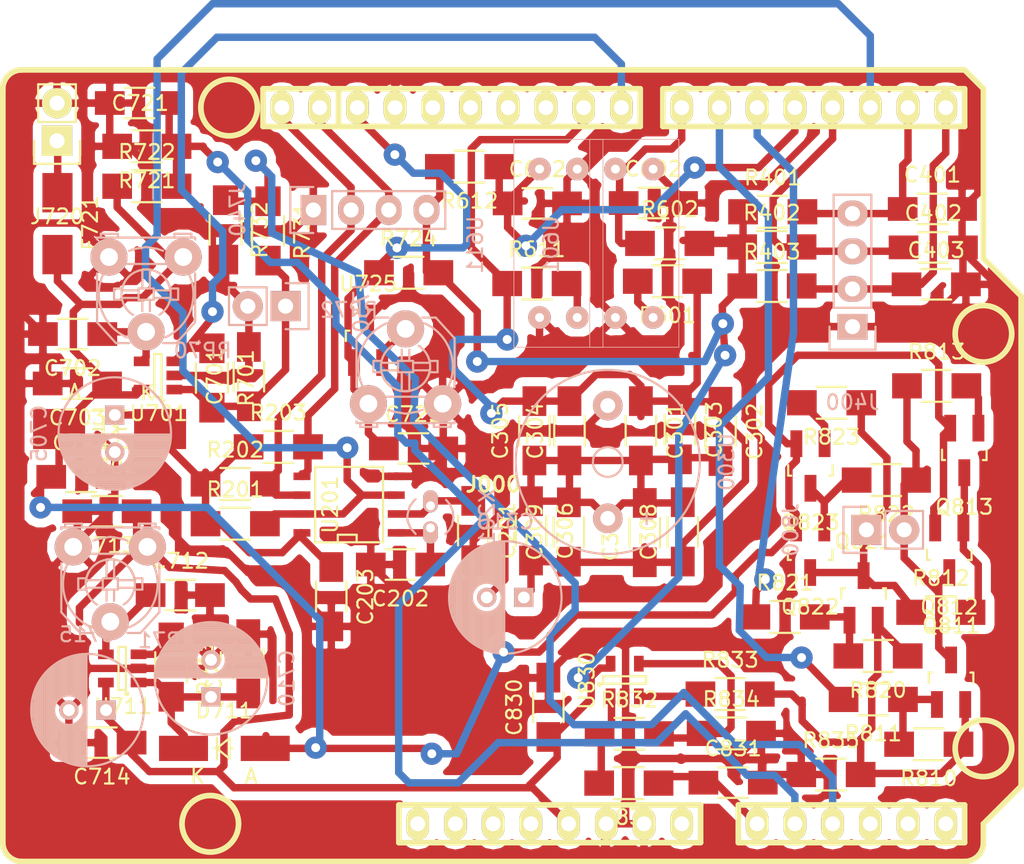
<source format=kicad_pcb>
(kicad_pcb (version 4) (host pcbnew 4.0.2-stable)
  (layers (0 F.Cu signal) (31 B.Cu signal) (34 B.Paste user) (35 F.Paste user) (36 B.SilkS user hide) (37 F.SilkS user hide) (38 B.Mask user) (39 F.Mask user) (44 Edge.Cuts user))
  (net 0 "")
  (net 1 "Net-(C201-Pad1)")
  (net 2 GND)
  (net 3 "Net-(C202-Pad1)")
  (net 4 buzz)
  (net 5 "Net-(C301-Pad2)")
  (net 6 BP1)
  (net 7 BP2)
  (net 8 BP3)
  (net 9 V_sol)
  (net 10 "Net-(C702-Pad1)")
  (net 11 V_bat)
  (net 12 V_rtc)
  (net 13 "Net-(C710-Pad1)")
  (net 14 "Net-(C712-Pad1)")
  (net 15 VCC)
  (net 16 M_bat)
  (net 17 V_ref)
  (net 18 M_imot)
  (net 19 "Net-(F721-Pad1)")
  (net 20 M_sol)
  (net 21 SDA)
  (net 22 SCL)
  (net 23 alarm)
  (net 24 quadB)
  (net 25 C_bkw)
  (net 26 C_frw)
  (net 27 quadA)
  (net 28 charge_OFF)
  (net 29 "Net-(Q811-Pad1)")
  (net 30 "Net-(Q811-Pad2)")
  (net 31 mot_B)
  (net 32 "Net-(Q812-Pad1)")
  (net 33 "Net-(Q813-Pad1)")
  (net 34 "Net-(Q821-Pad1)")
  (net 35 mot_A)
  (net 36 "Net-(Q822-Pad1)")
  (net 37 "Net-(Q823-Pad1)")
  (net 38 "Net-(R601-Pad2)")
  (net 39 "Net-(R611-Pad2)")
  (net 40 "Net-(R711-Pad1)")
  (net 41 "Net-(R831-Pad2)")
  (net 42 "Net-(R832-Pad2)")
  (net 43 "Net-(R833-Pad1)")
  (net 44 "Net-(RP72-Pad2)")
  (module Capacitors_SMD:C_1206_HandSoldering (layer F.Cu) (at 156.85 102.98 270)
    (fp_text reference C201 (at 0 -2.3 270) (layer F.SilkS))
    (fp_text value 10p)
    (pad 1 smd rect (at -2 0 270) (size 2 1.6) (layers F.Cu F.Paste F.Mask) (net 1 "Net-(C201-Pad1)"))
    (pad 2 smd rect (at 2 0 270) (size 2 1.6) (layers F.Cu F.Paste F.Mask) (net 2 GND))
  )
  (module Capacitors_SMD:C_1206_HandSoldering (layer F.Cu) (at 151.95 105.27 180)
    (fp_text reference C202 (at 0 -2.3 180) (layer F.SilkS))
    (fp_text value 10p)
    (pad 1 smd rect (at -2 0 180) (size 2 1.6) (layers F.Cu F.Paste F.Mask) (net 3 "Net-(C202-Pad1)"))
    (pad 2 smd rect (at 2 0 180) (size 2 1.6) (layers F.Cu F.Paste F.Mask) (net 2 GND))
  )
  (module Capacitors_SMD:C_1206_HandSoldering (layer F.Cu) (at 168.14 96.26 270)
    (fp_text reference C301 (at 0 -2.3 270) (layer F.SilkS))
    (fp_text value 10uF)
    (pad 1 smd rect (at -2 0 270) (size 2 1.6) (layers F.Cu F.Paste F.Mask) (net 4 buzz))
    (pad 2 smd rect (at 2 0 270) (size 2 1.6) (layers F.Cu F.Paste F.Mask) (net 5 "Net-(C301-Pad2)"))
  )
  (module Capacitors_SMD:C_1206_HandSoldering (layer F.Cu) (at 173.5 96.3 270)
    (fp_text reference C302 (at 0 -2.3 270) (layer F.SilkS))
    (fp_text value 10uF)
    (pad 1 smd rect (at -2 0 270) (size 2 1.6) (layers F.Cu F.Paste F.Mask) (net 4 buzz))
    (pad 2 smd rect (at 2 0 270) (size 2 1.6) (layers F.Cu F.Paste F.Mask) (net 5 "Net-(C301-Pad2)"))
  )
  (module Capacitors_SMD:C_1206_HandSoldering (layer F.Cu) (at 170.77 96.18 270)
    (fp_text reference C303 (at 0 -2.3 270) (layer F.SilkS))
    (fp_text value 10uF)
    (pad 1 smd rect (at -2 0 270) (size 2 1.6) (layers F.Cu F.Paste F.Mask) (net 4 buzz))
    (pad 2 smd rect (at 2 0 270) (size 2 1.6) (layers F.Cu F.Paste F.Mask) (net 5 "Net-(C301-Pad2)"))
  )
  (module Capacitors_SMD:C_1206_HandSoldering (layer F.Cu) (at 163.33 96.26 90)
    (fp_text reference C304 (at 0 -2.3 90) (layer F.SilkS))
    (fp_text value 10uF)
    (pad 1 smd rect (at -2 0 90) (size 2 1.6) (layers F.Cu F.Paste F.Mask) (net 5 "Net-(C301-Pad2)"))
    (pad 2 smd rect (at 2 0 90) (size 2 1.6) (layers F.Cu F.Paste F.Mask) (net 4 buzz))
  )
  (module Capacitors_SMD:C_1206_HandSoldering (layer F.Cu) (at 160.97 96.26 90)
    (fp_text reference C305 (at 0 -2.3 90) (layer F.SilkS))
    (fp_text value 10uF)
    (pad 1 smd rect (at -2 0 90) (size 2 1.6) (layers F.Cu F.Paste F.Mask) (net 5 "Net-(C301-Pad2)"))
    (pad 2 smd rect (at 2 0 90) (size 2 1.6) (layers F.Cu F.Paste F.Mask) (net 4 buzz))
  )
  (module Capacitors_SMD:C_1206_HandSoldering (layer F.Cu) (at 160.74 103 270)
    (fp_text reference C306 (at 0 -2.3 270) (layer F.SilkS))
    (fp_text value 10uF)
    (pad 1 smd rect (at -2 0 270) (size 2 1.6) (layers F.Cu F.Paste F.Mask) (net 5 "Net-(C301-Pad2)"))
    (pad 2 smd rect (at 2 0 270) (size 2 1.6) (layers F.Cu F.Paste F.Mask) (net 4 buzz))
  )
  (module Capacitors_SMD:C_1206_HandSoldering (layer F.Cu) (at 168.4 103.12 90)
    (fp_text reference C307 (at 0 -2.3 90) (layer F.SilkS))
    (fp_text value 10uF)
    (pad 1 smd rect (at -2 0 90) (size 2 1.6) (layers F.Cu F.Paste F.Mask) (net 4 buzz))
    (pad 2 smd rect (at 2 0 90) (size 2 1.6) (layers F.Cu F.Paste F.Mask) (net 5 "Net-(C301-Pad2)"))
  )
  (module Capacitors_SMD:C_1206_HandSoldering (layer F.Cu) (at 170.96 103.07 90)
    (fp_text reference C308 (at 0 -2.3 90) (layer F.SilkS))
    (fp_text value 10uF)
    (pad 1 smd rect (at -2 0 90) (size 2 1.6) (layers F.Cu F.Paste F.Mask) (net 4 buzz))
    (pad 2 smd rect (at 2 0 90) (size 2 1.6) (layers F.Cu F.Paste F.Mask) (net 5 "Net-(C301-Pad2)"))
  )
  (module Capacitors_SMD:C_1206_HandSoldering (layer F.Cu) (at 163.29 103.08 90)
    (fp_text reference C309 (at 0 -2.3 90) (layer F.SilkS))
    (fp_text value 10uF)
    (pad 1 smd rect (at -2 0 90) (size 2 1.6) (layers F.Cu F.Paste F.Mask) (net 4 buzz))
    (pad 2 smd rect (at 2 0 90) (size 2 1.6) (layers F.Cu F.Paste F.Mask) (net 5 "Net-(C301-Pad2)"))
  )
  (module Capacitors_ThroughHole:C_Radial_D7.5_L11.2_P2.5 (layer B.Cu) (at 160.26 107.49 180)
    (fp_text reference C310 (at 1.25 5.1 180) (layer B.SilkS) (effects (justify mirror)))
    (fp_text value 220u)
    (pad 2 thru_hole circle (at 2.5 0 180) (size 1.3 1.3) (drill 0.8) (layers *.Cu *.Mask B.SilkS) (net 5 "Net-(C301-Pad2)"))
    (pad 1 thru_hole rect (at 0 0 180) (size 1.3 1.3) (drill 0.8) (layers *.Cu *.Mask B.SilkS) (net 4 buzz))
  )
  (module Capacitors_SMD:C_1206_HandSoldering (layer F.Cu) (at 187.77 81.31)
    (fp_text reference C401 (at 0 -2.3) (layer F.SilkS))
    (fp_text value 10n)
    (pad 1 smd rect (at -2 0) (size 2 1.6) (layers F.Cu F.Paste F.Mask) (net 8 BP3))
    (pad 2 smd rect (at 2 0) (size 2 1.6) (layers F.Cu F.Paste F.Mask) (net 2 GND))
  )
  (module Capacitors_SMD:C_1206_HandSoldering (layer F.Cu) (at 187.83 83.9)
    (fp_text reference C402 (at 0 -2.3) (layer F.SilkS))
    (fp_text value 10n)
    (pad 1 smd rect (at -2 0) (size 2 1.6) (layers F.Cu F.Paste F.Mask) (net 7 BP2))
    (pad 2 smd rect (at 2 0) (size 2 1.6) (layers F.Cu F.Paste F.Mask) (net 2 GND))
  )
  (module Capacitors_SMD:C_1206_HandSoldering (layer F.Cu) (at 188.03 86.39)
    (fp_text reference C403 (at 0 -2.3) (layer F.SilkS))
    (fp_text value 10n)
    (pad 1 smd rect (at -2 0) (size 2 1.6) (layers F.Cu F.Paste F.Mask) (net 6 BP1))
    (pad 2 smd rect (at 2 0) (size 2 1.6) (layers F.Cu F.Paste F.Mask) (net 2 GND))
  )
  (module Capacitors_SMD:C_1206_HandSoldering (layer F.Cu) (at 168.98 80.91)
    (fp_text reference C602 (at 0 -2.3) (layer F.SilkS))
    (fp_text value 100nF)
    (pad 1 smd rect (at -2 0) (size 2 1.6) (layers F.Cu F.Paste F.Mask) (net 27 quadA))
    (pad 2 smd rect (at 2 0) (size 2 1.6) (layers F.Cu F.Paste F.Mask) (net 2 GND))
  )
  (module Capacitors_SMD:C_1206_HandSoldering (layer F.Cu) (at 161.165 80.935)
    (fp_text reference C612 (at 0 -2.3) (layer F.SilkS))
    (fp_text value 100nF)
    (pad 1 smd rect (at -2 0) (size 2 1.6) (layers F.Cu F.Paste F.Mask) (net 24 quadB))
    (pad 2 smd rect (at 2 0) (size 2 1.6) (layers F.Cu F.Paste F.Mask) (net 2 GND))
  )
  (module Capacitors_SMD:C_1206_HandSoldering (layer F.Cu) (at 141.74 92.61 90)
    (fp_text reference C701 (at 0 -2.3 90) (layer F.SilkS))
    (fp_text value 10u)
    (pad 1 smd rect (at -2 0 90) (size 2 1.6) (layers F.Cu F.Paste F.Mask) (net 9 V_sol))
    (pad 2 smd rect (at 2 0 90) (size 2 1.6) (layers F.Cu F.Paste F.Mask) (net 2 GND))
  )
  (module Capacitors_SMD:C_1206_HandSoldering (layer F.Cu) (at 129.87 89.74 180)
    (fp_text reference C702 (at 0 -2.3 180) (layer F.SilkS))
    (fp_text value 1n)
    (pad 1 smd rect (at -2 0 180) (size 2 1.6) (layers F.Cu F.Paste F.Mask) (net 10 "Net-(C702-Pad1)"))
    (pad 2 smd rect (at 2 0 180) (size 2 1.6) (layers F.Cu F.Paste F.Mask) (net 2 GND))
  )
  (module Capacitors_SMD:C_1206_HandSoldering (layer F.Cu) (at 130.19 93.07 180)
    (fp_text reference C703 (at 0 -2.3 180) (layer F.SilkS))
    (fp_text value 100n)
    (pad 1 smd rect (at -2 0 180) (size 2 1.6) (layers F.Cu F.Paste F.Mask) (net 11 V_bat))
    (pad 2 smd rect (at 2 0 180) (size 2 1.6) (layers F.Cu F.Paste F.Mask) (net 2 GND))
  )
  (module Capacitors_SMD:C_1206_HandSoldering (layer F.Cu) (at 130.43 99.36)
    (fp_text reference C704 (at 0 -2.3) (layer F.SilkS))
    (fp_text value 10u)
    (pad 1 smd rect (at -2 0) (size 2 1.6) (layers F.Cu F.Paste F.Mask) (net 11 V_bat))
    (pad 2 smd rect (at 2 0) (size 2 1.6) (layers F.Cu F.Paste F.Mask) (net 2 GND))
  )
  (module Capacitors_ThroughHole:C_Radial_D7.5_L11.2_P2.5 (layer B.Cu) (at 132.71 95.19 270)
    (fp_text reference C705 (at 1.25 5.1 270) (layer B.SilkS) (effects (justify mirror)))
    (fp_text value 220u)
    (pad 2 thru_hole circle (at 2.5 0 270) (size 1.3 1.3) (drill 0.8) (layers *.Cu *.Mask B.SilkS) (net 2 GND))
    (pad 1 thru_hole rect (at 0 0 270) (size 1.3 1.3) (drill 0.8) (layers *.Cu *.Mask B.SilkS) (net 12 V_rtc))
  )
  (module Capacitors_ThroughHole:C_Radial_D7.5_L11.2_P2.5 (layer B.Cu) (at 139.19 114.19 90)
    (fp_text reference C710 (at 1.25 5.1 90) (layer B.SilkS) (effects (justify mirror)))
    (fp_text value 220u)
    (pad 2 thru_hole circle (at 2.5 0 90) (size 1.3 1.3) (drill 0.8) (layers *.Cu *.Mask B.SilkS) (net 2 GND))
    (pad 1 thru_hole rect (at 0 0 90) (size 1.3 1.3) (drill 0.8) (layers *.Cu *.Mask B.SilkS) (net 13 "Net-(C710-Pad1)"))
  )
  (module Capacitors_SMD:C_1206_HandSoldering (layer F.Cu) (at 141.7 111.96 90)
    (fp_text reference C711 (at 0 -2.3 90) (layer F.SilkS))
    (fp_text value 10u)
    (pad 1 smd rect (at -2 0 90) (size 2 1.6) (layers F.Cu F.Paste F.Mask) (net 13 "Net-(C710-Pad1)"))
    (pad 2 smd rect (at 2 0 90) (size 2 1.6) (layers F.Cu F.Paste F.Mask) (net 2 GND))
  )
  (module Capacitors_SMD:C_1206_HandSoldering (layer F.Cu) (at 137.12 107.33)
    (fp_text reference C712 (at 0 -2.3) (layer F.SilkS))
    (fp_text value 1n)
    (pad 1 smd rect (at -2 0) (size 2 1.6) (layers F.Cu F.Paste F.Mask) (net 14 "Net-(C712-Pad1)"))
    (pad 2 smd rect (at 2 0) (size 2 1.6) (layers F.Cu F.Paste F.Mask) (net 2 GND))
  )
  (module Capacitors_SMD:C_1206_HandSoldering (layer F.Cu) (at 132.18 101.68 180)
    (fp_text reference C713 (at 0 -2.3 180) (layer F.SilkS))
    (fp_text value 100n)
    (pad 1 smd rect (at -2 0 180) (size 2 1.6) (layers F.Cu F.Paste F.Mask) (net 15 VCC))
    (pad 2 smd rect (at 2 0 180) (size 2 1.6) (layers F.Cu F.Paste F.Mask) (net 2 GND))
  )
  (module Capacitors_SMD:C_1206_HandSoldering (layer F.Cu) (at 131.84 117.27 180)
    (fp_text reference C714 (at 0 -2.3 180) (layer F.SilkS))
    (fp_text value 10u)
    (pad 1 smd rect (at -2 0 180) (size 2 1.6) (layers F.Cu F.Paste F.Mask) (net 15 VCC))
    (pad 2 smd rect (at 2 0 180) (size 2 1.6) (layers F.Cu F.Paste F.Mask) (net 2 GND))
  )
  (module Capacitors_ThroughHole:C_Radial_D7.5_L11.2_P2.5 (layer B.Cu) (at 132.12 115.08 180)
    (fp_text reference C715 (at 1.25 5.1 180) (layer B.SilkS) (effects (justify mirror)))
    (fp_text value 220u)
    (pad 2 thru_hole circle (at 2.5 0 180) (size 1.3 1.3) (drill 0.8) (layers *.Cu *.Mask B.SilkS) (net 2 GND))
    (pad 1 thru_hole rect (at 0 0 180) (size 1.3 1.3) (drill 0.8) (layers *.Cu *.Mask B.SilkS) (net 15 VCC))
  )
  (module Capacitors_SMD:C_1206_HandSoldering (layer F.Cu) (at 134.37 74.17 180)
    (fp_text reference C721 (at -0.05 -0.01 180) (layer F.SilkS))
    (fp_text value 10n)
    (pad 1 smd rect (at -2 0 180) (size 2 1.6) (layers F.Cu F.Paste F.Mask) (net 16 M_bat))
    (pad 2 smd rect (at 2 0 180) (size 2 1.6) (layers F.Cu F.Paste F.Mask) (net 2 GND))
  )
  (module Capacitors_SMD:C_1206_HandSoldering (layer F.Cu) (at 152.83 97.45)
    (fp_text reference C725 (at 0 -2.3) (layer F.SilkS))
    (fp_text value 10n)
    (pad 1 smd rect (at -2 0) (size 2 1.6) (layers F.Cu F.Paste F.Mask) (net 17 V_ref))
    (pad 2 smd rect (at 2 0) (size 2 1.6) (layers F.Cu F.Paste F.Mask) (net 2 GND))
  )
  (module Capacitors_SMD:C_1206_HandSoldering (layer F.Cu) (at 174.35 119.97)
    (fp_text reference C831 (at 0 -2.3) (layer F.SilkS))
    (fp_text value 100n)
    (pad 1 smd rect (at -2 0) (size 2 1.6) (layers F.Cu F.Paste F.Mask) (net 18 M_imot))
    (pad 2 smd rect (at 2 0) (size 2 1.6) (layers F.Cu F.Paste F.Mask) (net 2 GND))
  )
  (module Diodes_SMD:MELF_Handsoldering (layer F.Cu) (at 132.36 96.14 180)
    (fp_text reference D701 (at 0 -2.54 180) (layer F.SilkS))
    (fp_text value SCHOTTKY)
    (fp_text user K (at -2.55 2.45 180) (layer F.SilkS))
    (fp_text user A (at 2.35 2.5 180) (layer F.SilkS))
    (pad 1 smd rect (at -3.40106 0 180) (size 3.50012 2.70002) (layers F.Cu F.Paste F.Mask) (net 12 V_rtc))
    (pad 2 smd rect (at 3.40106 0 180) (size 3.50012 2.70002) (layers F.Cu F.Paste F.Mask) (net 11 V_bat))
  )
  (module Diodes_SMD:MiniMELF_Handsoldering (layer F.Cu) (at 140.09 117.66)
    (fp_text reference D711 (at 0 -2.54) (layer F.SilkS))
    (fp_text value SCHOTTKY)
    (fp_text user K (at -1.8 1.85) (layer F.SilkS))
    (fp_text user A (at 1.8 1.85) (layer F.SilkS))
    (pad 1 smd rect (at -2.75082 0) (size 3.29946 1.69926) (layers F.Cu F.Paste F.Mask) (net 13 "Net-(C710-Pad1)"))
    (pad 2 smd rect (at 2.75082 0) (size 3.29946 1.69926) (layers F.Cu F.Paste F.Mask) (net 11 V_bat))
  )
  (module Fuse_Holders_and_Fuses:Fuse_SMD1206_HandSoldering (layer F.Cu) (at 128.85 82.3 270)
    (fp_text reference F721 (at -0.0508 -2.19964 270) (layer F.SilkS))
    (fp_text value 5A)
    (pad 1 smd rect (at -2.08534 0) (size 2.02946 2.65176) (layers F.Cu F.Paste F.Mask) (net 19 "Net-(F721-Pad1)"))
    (pad 2 smd rect (at 2.08534 0) (size 2.02946 2.65176) (layers F.Cu F.Paste F.Mask) (net 11 V_bat))
  )
  (module w_conn_misc:arduino_header (layer F.Cu) (at 158.19 98.61)
    (fp_text reference J000 (at 0 1.27) (layer F.SilkS) (effects (font (size 1.016 1.016) (thickness 0.2032))))
    (fp_text value Arduino_Header hide)
    (pad 1 thru_hole oval (at -5.08 24.13) (size 1.524 2.19964) (drill 1.00076) (layers *.Cu *.Mask F.SilkS))
    (pad 2 thru_hole oval (at -2.54 24.13) (size 1.524 2.19964) (drill 1.00076) (layers *.Cu *.Mask F.SilkS))
    (pad 3 thru_hole oval (at 0 24.13) (size 1.524 2.19964) (drill 1.00076) (layers *.Cu *.Mask F.SilkS))
    (pad 4 thru_hole oval (at 2.54 24.13) (size 1.524 2.19964) (drill 1.00076) (layers *.Cu *.Mask F.SilkS))
    (pad 5 thru_hole oval (at 5.08 24.13) (size 1.524 2.19964) (drill 1.00076) (layers *.Cu *.Mask F.SilkS) (net 15 VCC))
    (pad 6 thru_hole oval (at 7.62 24.13) (size 1.524 2.19964) (drill 1.00076) (layers *.Cu *.Mask F.SilkS) (net 2 GND))
    (pad 7 thru_hole oval (at 10.16 24.13) (size 1.524 2.19964) (drill 1.00076) (layers *.Cu *.Mask F.SilkS) (net 2 GND))
    (pad 8 thru_hole oval (at 12.7 24.13) (size 1.524 2.19964) (drill 1.00076) (layers *.Cu *.Mask F.SilkS))
    (pad 9 thru_hole oval (at 17.78 24.13) (size 1.524 2.19964) (drill 1.00076) (layers *.Cu *.Mask F.SilkS) (net 18 M_imot))
    (pad 10 thru_hole oval (at 20.32 24.13) (size 1.524 2.19964) (drill 1.00076) (layers *.Cu *.Mask F.SilkS) (net 16 M_bat))
    (pad 11 thru_hole oval (at 22.86 24.13) (size 1.524 2.19964) (drill 1.00076) (layers *.Cu *.Mask F.SilkS) (net 20 M_sol))
    (pad 12 thru_hole oval (at 25.4 24.13) (size 1.524 2.19964) (drill 1.00076) (layers *.Cu *.Mask F.SilkS))
    (pad 13 thru_hole oval (at 27.94 24.13) (size 1.524 2.19964) (drill 1.00076) (layers *.Cu *.Mask F.SilkS) (net 21 SDA))
    (pad 14 thru_hole oval (at 30.48 24.13) (size 1.524 2.19964) (drill 1.00076) (layers *.Cu *.Mask F.SilkS) (net 22 SCL))
    (pad 15 thru_hole oval (at 30.48 -24.13) (size 1.524 2.1971) (drill 0.99822) (layers *.Cu *.Mask F.SilkS) (net 6 BP1))
    (pad 16 thru_hole oval (at 27.94 -24.13) (size 1.524 2.1971) (drill 0.99822) (layers *.Cu *.Mask F.SilkS) (net 8 BP3))
    (pad 17 thru_hole oval (at 25.4 -24.13) (size 1.524 2.1971) (drill 0.99822) (layers *.Cu *.Mask F.SilkS) (net 23 alarm))
    (pad 18 thru_hole oval (at 22.86 -24.13) (size 1.524 2.1971) (drill 0.99822) (layers *.Cu *.Mask F.SilkS) (net 7 BP2))
    (pad 19 thru_hole oval (at 20.32 -24.13) (size 1.524 2.1971) (drill 0.99822) (layers *.Cu *.Mask F.SilkS) (net 24 quadB))
    (pad 20 thru_hole oval (at 17.78 -24.13) (size 1.524 2.1971) (drill 0.99822) (layers *.Cu *.Mask F.SilkS) (net 25 C_bkw))
    (pad 21 thru_hole oval (at 15.24 -24.13) (size 1.524 2.1971) (drill 0.99822) (layers *.Cu *.Mask F.SilkS) (net 26 C_frw))
    (pad 22 thru_hole oval (at 12.7 -24.13) (size 1.524 2.1971) (drill 0.99822) (layers *.Cu *.Mask F.SilkS) (net 27 quadA))
    (pad 23 thru_hole oval (at 8.636 -24.13) (size 1.524 2.1971) (drill 0.99822) (layers *.Cu *.Mask F.SilkS) (net 28 charge_OFF))
    (pad 24 thru_hole oval (at 6.096 -24.13) (size 1.524 2.1971) (drill 0.99822) (layers *.Cu *.Mask F.SilkS) (net 4 buzz))
    (pad 25 thru_hole oval (at 3.556 -24.13) (size 1.524 2.1971) (drill 0.99822) (layers *.Cu *.Mask F.SilkS))
    (pad 26 thru_hole oval (at 1.016 -24.13) (size 1.524 2.1971) (drill 0.99822) (layers *.Cu *.Mask F.SilkS))
    (pad 27 thru_hole oval (at -1.524 -24.13) (size 1.524 2.1971) (drill 0.99822) (layers *.Cu *.Mask F.SilkS))
    (pad 28 thru_hole oval (at -4.064 -24.13) (size 1.524 2.1971) (drill 0.99822) (layers *.Cu *.Mask F.SilkS))
    (pad 29 thru_hole oval (at -6.604 -24.13) (size 1.524 2.1971) (drill 0.99822) (layers *.Cu *.Mask F.SilkS) (net 2 GND))
    (pad 30 thru_hole oval (at -9.14146 -24.13) (size 1.524 2.1971) (drill 0.99822) (layers *.Cu *.Mask F.SilkS) (net 17 V_ref))
    (pad 31 thru_hole oval (at -11.684 -24.13) (size 1.524 2.1971) (drill 0.99822) (layers *.Cu *.Mask F.SilkS) (net 21 SDA))
    (pad 32 thru_hole oval (at -14.224 -24.13) (size 1.524 2.1971) (drill 0.99822) (layers *.Cu *.Mask F.SilkS) (net 22 SCL))
  )
  (module Pin_Headers:Pin_Header_Straight_1x04 (layer B.Cu) (at 182.39 89.24)
    (fp_text reference J400 (at 0 5.1) (layer B.SilkS) (effects (justify mirror)))
    (fp_text value HEADER_4)
    (pad 1 thru_hole rect (at 0 0) (size 2.032 1.7272) (drill 1.016) (layers *.Cu *.Mask B.SilkS) (net 2 GND))
    (pad 2 thru_hole oval (at 0 -2.54) (size 2.032 1.7272) (drill 1.016) (layers *.Cu *.Mask B.SilkS) (net 6 BP1))
    (pad 3 thru_hole oval (at 0 -5.08) (size 2.032 1.7272) (drill 1.016) (layers *.Cu *.Mask B.SilkS) (net 7 BP2))
    (pad 4 thru_hole oval (at 0 -7.62) (size 2.032 1.7272) (drill 1.016) (layers *.Cu *.Mask B.SilkS) (net 8 BP3))
  )
  (module Pin_Headers:Pin_Header_Straight_1x02 (layer F.Cu) (at 128.82 76.72 180)
    (fp_text reference J720 (at 0 -5.1 180) (layer F.SilkS))
    (fp_text value HEADER_2)
    (pad 1 thru_hole rect (at 0 0 180) (size 2.032 2.032) (drill 1.016) (layers *.Cu *.Mask F.SilkS) (net 19 "Net-(F721-Pad1)"))
    (pad 2 thru_hole oval (at 0 2.54 180) (size 2.032 2.032) (drill 1.016) (layers *.Cu *.Mask F.SilkS) (net 2 GND))
  )
  (module Pin_Headers:Pin_Header_Straight_1x02 (layer B.Cu) (at 144.21 87.86 90)
    (fp_text reference J730 (at 0 5.1 90) (layer B.SilkS) (effects (justify mirror)))
    (fp_text value HEADER_2)
    (pad 1 thru_hole rect (at 0 0 90) (size 2.032 2.032) (drill 1.016) (layers *.Cu *.Mask B.SilkS) (net 9 V_sol))
    (pad 2 thru_hole oval (at 0 -2.54 90) (size 2.032 2.032) (drill 1.016) (layers *.Cu *.Mask B.SilkS) (net 2 GND))
  )
  (module Pin_Headers:Pin_Header_Straight_1x04 (layer B.Cu) (at 146.08 81.38 270)
    (fp_text reference J740 (at 0 5.1 270) (layer B.SilkS) (effects (justify mirror)))
    (fp_text value HEADER_4)
    (pad 1 thru_hole rect (at 0 0 270) (size 2.032 1.7272) (drill 1.016) (layers *.Cu *.Mask B.SilkS) (net 2 GND))
    (pad 2 thru_hole oval (at 0 -2.54 270) (size 2.032 1.7272) (drill 1.016) (layers *.Cu *.Mask B.SilkS) (net 22 SCL))
    (pad 3 thru_hole oval (at 0 -5.08 270) (size 2.032 1.7272) (drill 1.016) (layers *.Cu *.Mask B.SilkS) (net 21 SDA))
    (pad 4 thru_hole oval (at 0 -7.62 270) (size 2.032 1.7272) (drill 1.016) (layers *.Cu *.Mask B.SilkS) (net 15 VCC))
  )
  (module TO_SOT_Packages_SMD:SOT-23_Handsoldering (layer F.Cu) (at 189.03 113.2)
    (fp_text reference Q811 (at 0 -3.81) (layer F.SilkS))
    (fp_text value PBSS4320)
    (pad 1 smd rect (at -0.95 1.50114) (size 0.8001 1.80086) (layers F.Cu F.Paste F.Mask) (net 29 "Net-(Q811-Pad1)"))
    (pad 2 smd rect (at 0.95 1.50114) (size 0.8001 1.80086) (layers F.Cu F.Paste F.Mask) (net 30 "Net-(Q811-Pad2)"))
    (pad 3 smd rect (at 0 -1.50114) (size 0.8001 1.80086) (layers F.Cu F.Paste F.Mask) (net 31 mot_B))
  )
  (module TO_SOT_Packages_SMD:SOT-23_Handsoldering (layer F.Cu) (at 188.91 104.31 180)
    (fp_text reference Q812 (at 0 -3.81 180) (layer F.SilkS))
    (fp_text value PBSS5350)
    (pad 1 smd rect (at -0.95 1.50114 180) (size 0.8001 1.80086) (layers F.Cu F.Paste F.Mask) (net 32 "Net-(Q812-Pad1)"))
    (pad 2 smd rect (at 0.95 1.50114 180) (size 0.8001 1.80086) (layers F.Cu F.Paste F.Mask) (net 11 V_bat))
    (pad 3 smd rect (at 0 -1.50114 180) (size 0.8001 1.80086) (layers F.Cu F.Paste F.Mask) (net 31 mot_B))
  )
  (module TO_SOT_Packages_SMD:SOT-23_Handsoldering (layer F.Cu) (at 189.92 97.58 180)
    (fp_text reference Q813 (at 0 -3.81 180) (layer F.SilkS))
    (fp_text value PBSS5350)
    (pad 1 smd rect (at -0.95 1.50114 180) (size 0.8001 1.80086) (layers F.Cu F.Paste F.Mask) (net 33 "Net-(Q813-Pad1)"))
    (pad 2 smd rect (at 0.95 1.50114 180) (size 0.8001 1.80086) (layers F.Cu F.Paste F.Mask) (net 11 V_bat))
    (pad 3 smd rect (at 0 -1.50114 180) (size 0.8001 1.80086) (layers F.Cu F.Paste F.Mask) (net 32 "Net-(Q812-Pad1)"))
  )
  (module TO_SOT_Packages_SMD:SOT-23_Handsoldering (layer F.Cu) (at 183.14 107.52)
    (fp_text reference Q821 (at 0 -3.81) (layer F.SilkS))
    (fp_text value PBSS4320)
    (pad 1 smd rect (at -0.95 1.50114) (size 0.8001 1.80086) (layers F.Cu F.Paste F.Mask) (net 34 "Net-(Q821-Pad1)"))
    (pad 2 smd rect (at 0.95 1.50114) (size 0.8001 1.80086) (layers F.Cu F.Paste F.Mask) (net 30 "Net-(Q811-Pad2)"))
    (pad 3 smd rect (at 0 -1.50114) (size 0.8001 1.80086) (layers F.Cu F.Paste F.Mask) (net 35 mot_A))
  )
  (module TO_SOT_Packages_SMD:SOT-23_Handsoldering (layer F.Cu) (at 179.54 104.31 180)
    (fp_text reference Q822 (at 0 -3.81 180) (layer F.SilkS))
    (fp_text value PBSS5350)
    (pad 1 smd rect (at -0.95 1.50114 180) (size 0.8001 1.80086) (layers F.Cu F.Paste F.Mask) (net 36 "Net-(Q822-Pad1)"))
    (pad 2 smd rect (at 0.95 1.50114 180) (size 0.8001 1.80086) (layers F.Cu F.Paste F.Mask) (net 11 V_bat))
    (pad 3 smd rect (at 0 -1.50114 180) (size 0.8001 1.80086) (layers F.Cu F.Paste F.Mask) (net 35 mot_A))
  )
  (module TO_SOT_Packages_SMD:SOT-23_Handsoldering (layer F.Cu) (at 179.56 98.63 180)
    (fp_text reference Q823 (at 0 -3.81 180) (layer F.SilkS))
    (fp_text value PBSS5350)
    (pad 1 smd rect (at -0.95 1.50114 180) (size 0.8001 1.80086) (layers F.Cu F.Paste F.Mask) (net 37 "Net-(Q823-Pad1)"))
    (pad 2 smd rect (at 0.95 1.50114 180) (size 0.8001 1.80086) (layers F.Cu F.Paste F.Mask) (net 11 V_bat))
    (pad 3 smd rect (at 0 -1.50114 180) (size 0.8001 1.80086) (layers F.Cu F.Paste F.Mask) (net 36 "Net-(Q822-Pad1)"))
  )
  (module Resistors_SMD:R_1206_HandSoldering (layer F.Cu) (at 140.82 102.52)
    (fp_text reference R201 (at 0 -2.3) (layer F.SilkS))
    (fp_text value 10k)
    (pad 1 smd rect (at -2 0) (size 2 1.7) (layers F.Cu F.Paste F.Mask) (net 12 V_rtc))
    (pad 2 smd rect (at 2 0) (size 2 1.7) (layers F.Cu F.Paste F.Mask) (net 23 alarm))
  )
  (module Resistors_SMD:R_1206_HandSoldering (layer F.Cu) (at 140.82 99.84)
    (fp_text reference R202 (at 0 -2.3) (layer F.SilkS))
    (fp_text value 2.2k)
    (pad 1 smd rect (at -2 0) (size 2 1.7) (layers F.Cu F.Paste F.Mask) (net 12 V_rtc))
    (pad 2 smd rect (at 2 0) (size 2 1.7) (layers F.Cu F.Paste F.Mask) (net 22 SCL))
  )
  (module Resistors_SMD:R_1206_HandSoldering (layer F.Cu) (at 177.02 81.5)
    (fp_text reference R401 (at 0 -2.3) (layer F.SilkS))
    (fp_text value 10k)
    (pad 1 smd rect (at -2 0) (size 2 1.7) (layers F.Cu F.Paste F.Mask) (net 15 VCC))
    (pad 2 smd rect (at 2 0) (size 2 1.7) (layers F.Cu F.Paste F.Mask) (net 8 BP3))
  )
  (module Resistors_SMD:R_1206_HandSoldering (layer F.Cu) (at 176.96 83.87)
    (fp_text reference R402 (at 0 -2.3) (layer F.SilkS))
    (fp_text value 10k)
    (pad 1 smd rect (at -2 0) (size 2 1.7) (layers F.Cu F.Paste F.Mask) (net 15 VCC))
    (pad 2 smd rect (at 2 0) (size 2 1.7) (layers F.Cu F.Paste F.Mask) (net 7 BP2))
  )
  (module Resistors_SMD:R_1206_HandSoldering (layer F.Cu) (at 176.97 86.5)
    (fp_text reference R403 (at 0 -2.3) (layer F.SilkS))
    (fp_text value 10k)
    (pad 1 smd rect (at -2 0) (size 2 1.7) (layers F.Cu F.Paste F.Mask) (net 15 VCC))
    (pad 2 smd rect (at 2 0) (size 2 1.7) (layers F.Cu F.Paste F.Mask) (net 6 BP1))
  )
  (module Resistors_SMD:R_1206_HandSoldering (layer F.Cu) (at 169.93 86.18 180)
    (fp_text reference R601 (at 0 -2.3 180) (layer F.SilkS))
    (fp_text value 220)
    (pad 1 smd rect (at -2 0 180) (size 2 1.7) (layers F.Cu F.Paste F.Mask) (net 4 buzz))
    (pad 2 smd rect (at 2 0 180) (size 2 1.7) (layers F.Cu F.Paste F.Mask) (net 38 "Net-(R601-Pad2)"))
  )
  (module Resistors_SMD:R_1206_HandSoldering (layer F.Cu) (at 170.08 83.63)
    (fp_text reference R602 (at 0 -2.3) (layer F.SilkS))
    (fp_text value 4k7)
    (pad 1 smd rect (at -2 0) (size 2 1.7) (layers F.Cu F.Paste F.Mask) (net 27 quadA))
    (pad 2 smd rect (at 2 0) (size 2 1.7) (layers F.Cu F.Paste F.Mask) (net 15 VCC))
  )
  (module Resistors_SMD:R_1206_HandSoldering (layer F.Cu) (at 161.135 86.335)
    (fp_text reference R611 (at 0 -2.3) (layer F.SilkS))
    (fp_text value 220)
    (pad 1 smd rect (at -2 0) (size 2 1.7) (layers F.Cu F.Paste F.Mask) (net 4 buzz))
    (pad 2 smd rect (at 2 0) (size 2 1.7) (layers F.Cu F.Paste F.Mask) (net 39 "Net-(R611-Pad2)"))
  )
  (module Resistors_SMD:R_1206_HandSoldering (layer F.Cu) (at 156.6 78.46 180)
    (fp_text reference R612 (at 0 -2.3 180) (layer F.SilkS))
    (fp_text value 4k7)
    (pad 1 smd rect (at -2 0 180) (size 2 1.7) (layers F.Cu F.Paste F.Mask) (net 24 quadB))
    (pad 2 smd rect (at 2 0 180) (size 2 1.7) (layers F.Cu F.Paste F.Mask) (net 15 VCC))
  )
  (module Resistors_SMD:R_1206_HandSoldering (layer F.Cu) (at 139.25 92.7 270)
    (fp_text reference R701 (at 0 -2.3 270) (layer F.SilkS))
    (fp_text value 10k)
    (pad 1 smd rect (at -2 0 270) (size 2 1.7) (layers F.Cu F.Paste F.Mask) (net 28 charge_OFF))
    (pad 2 smd rect (at 2 0 270) (size 2 1.7) (layers F.Cu F.Paste F.Mask) (net 9 V_sol))
  )
  (module Resistors_SMD:R_1206_HandSoldering (layer F.Cu) (at 136.51 112.18 270)
    (fp_text reference R711 (at 0 -2.3 270) (layer F.SilkS))
    (fp_text value 10k)
    (pad 1 smd rect (at -2 0 270) (size 2 1.7) (layers F.Cu F.Paste F.Mask) (net 40 "Net-(R711-Pad1)"))
    (pad 2 smd rect (at 2 0 270) (size 2 1.7) (layers F.Cu F.Paste F.Mask) (net 13 "Net-(C710-Pad1)"))
  )
  (module Resistors_SMD:R_1206_HandSoldering (layer F.Cu) (at 134.87 77.09 180)
    (fp_text reference R721 (at 0 -2.3 180) (layer F.SilkS))
    (fp_text value 10k)
    (pad 1 smd rect (at -2 0 180) (size 2 1.7) (layers F.Cu F.Paste F.Mask) (net 16 M_bat))
    (pad 2 smd rect (at 2 0 180) (size 2 1.7) (layers F.Cu F.Paste F.Mask) (net 2 GND))
  )
  (module Resistors_SMD:R_1206_HandSoldering (layer F.Cu) (at 134.87 79.78)
    (fp_text reference R722 (at 0 -2.3) (layer F.SilkS))
    (fp_text value 10k)
    (pad 1 smd rect (at -2 0) (size 2 1.7) (layers F.Cu F.Paste F.Mask) (net 11 V_bat))
    (pad 2 smd rect (at 2 0) (size 2 1.7) (layers F.Cu F.Paste F.Mask) (net 16 M_bat))
  )
  (module Resistors_SMD:R_1206_HandSoldering (layer F.Cu) (at 152.5 85.61)
    (fp_text reference R724 (at 0 -2.3) (layer F.SilkS))
    (fp_text value 10k)
    (pad 1 smd rect (at -2 0) (size 2 1.7) (layers F.Cu F.Paste F.Mask) (net 17 V_ref))
    (pad 2 smd rect (at 2 0) (size 2 1.7) (layers F.Cu F.Paste F.Mask) (net 15 VCC))
  )
  (module Resistors_SMD:R_1206_HandSoldering (layer F.Cu) (at 143.03 82.79 270)
    (fp_text reference R731 (at 0 -2.3 270) (layer F.SilkS))
    (fp_text value 10k)
    (pad 1 smd rect (at -2 0 270) (size 2 1.7) (layers F.Cu F.Paste F.Mask) (net 20 M_sol))
    (pad 2 smd rect (at 2 0 270) (size 2 1.7) (layers F.Cu F.Paste F.Mask) (net 9 V_sol))
  )
  (module Resistors_SMD:R_1206_HandSoldering (layer F.Cu) (at 140.17 82.72 270)
    (fp_text reference R732 (at 0 -2.3 270) (layer F.SilkS))
    (fp_text value 10k)
    (pad 1 smd rect (at -2 0 270) (size 2 1.7) (layers F.Cu F.Paste F.Mask) (net 20 M_sol))
    (pad 2 smd rect (at 2 0 270) (size 2 1.7) (layers F.Cu F.Paste F.Mask) (net 2 GND))
  )
  (module Resistors_SMD:R_1206_HandSoldering (layer F.Cu) (at 187.53 117.38 180)
    (fp_text reference R810 (at 0 -2.3 180) (layer F.SilkS))
    (fp_text value 330)
    (pad 1 smd rect (at -2 0 180) (size 2 1.7) (layers F.Cu F.Paste F.Mask) (net 30 "Net-(Q811-Pad2)"))
    (pad 2 smd rect (at 2 0 180) (size 2 1.7) (layers F.Cu F.Paste F.Mask) (net 29 "Net-(Q811-Pad1)"))
  )
  (module Resistors_SMD:R_1206_HandSoldering (layer F.Cu) (at 183.79 114.36 180)
    (fp_text reference R811 (at 0 -2.3 180) (layer F.SilkS))
    (fp_text value 330)
    (pad 1 smd rect (at -2 0 180) (size 2 1.7) (layers F.Cu F.Paste F.Mask) (net 29 "Net-(Q811-Pad1)"))
    (pad 2 smd rect (at 2 0 180) (size 2 1.7) (layers F.Cu F.Paste F.Mask) (net 26 C_frw))
  )
  (module Resistors_SMD:R_1206_HandSoldering (layer F.Cu) (at 188.34 108.49)
    (fp_text reference R812 (at 0 -2.3) (layer F.SilkS))
    (fp_text value 330)
    (pad 1 smd rect (at -2 0) (size 2 1.7) (layers F.Cu F.Paste F.Mask) (net 35 mot_A))
    (pad 2 smd rect (at 2 0) (size 2 1.7) (layers F.Cu F.Paste F.Mask) (net 32 "Net-(Q812-Pad1)"))
  )
  (module Resistors_SMD:R_1206_HandSoldering (layer F.Cu) (at 188.06 93.23)
    (fp_text reference R813 (at 0 -2.3) (layer F.SilkS))
    (fp_text value 3k3)
    (pad 1 smd rect (at -2 0) (size 2 1.7) (layers F.Cu F.Paste F.Mask) (net 31 mot_B))
    (pad 2 smd rect (at 2 0) (size 2 1.7) (layers F.Cu F.Paste F.Mask) (net 33 "Net-(Q813-Pad1)"))
  )
  (module Resistors_SMD:R_1206_HandSoldering (layer F.Cu) (at 184.11 111.43 180)
    (fp_text reference R820 (at 0 -2.3 180) (layer F.SilkS))
    (fp_text value 330)
    (pad 1 smd rect (at -2 0 180) (size 2 1.7) (layers F.Cu F.Paste F.Mask) (net 30 "Net-(Q811-Pad2)"))
    (pad 2 smd rect (at 2 0 180) (size 2 1.7) (layers F.Cu F.Paste F.Mask) (net 34 "Net-(Q821-Pad1)"))
  )
  (module Resistors_SMD:R_1206_HandSoldering (layer F.Cu) (at 177.85 108.8)
    (fp_text reference R821 (at 0 -2.3) (layer F.SilkS))
    (fp_text value 330)
    (pad 1 smd rect (at -2 0) (size 2 1.7) (layers F.Cu F.Paste F.Mask) (net 25 C_bkw))
    (pad 2 smd rect (at 2 0) (size 2 1.7) (layers F.Cu F.Paste F.Mask) (net 34 "Net-(Q821-Pad1)"))
  )
  (module Resistors_SMD:R_1206_HandSoldering (layer F.Cu) (at 184.67 99.58 180)
    (fp_text reference R822 (at 0 -2.3 180) (layer F.SilkS))
    (fp_text value 330)
    (pad 1 smd rect (at -2 0 180) (size 2 1.7) (layers F.Cu F.Paste F.Mask) (net 31 mot_B))
    (pad 2 smd rect (at 2 0 180) (size 2 1.7) (layers F.Cu F.Paste F.Mask) (net 36 "Net-(Q822-Pad1)"))
  )
  (module Resistors_SMD:R_1206_HandSoldering (layer F.Cu) (at 180.98 94.37 180)
    (fp_text reference R823 (at 0 -2.3 180) (layer F.SilkS))
    (fp_text value 3k3)
    (pad 1 smd rect (at -2 0 180) (size 2 1.7) (layers F.Cu F.Paste F.Mask) (net 35 mot_A))
    (pad 2 smd rect (at 2 0 180) (size 2 1.7) (layers F.Cu F.Paste F.Mask) (net 37 "Net-(Q823-Pad1)"))
  )
  (module Resistors_SMD:R_1206_HandSoldering (layer F.Cu) (at 167.33 120 180)
    (fp_text reference R831 (at 0 -2.3 180) (layer F.SilkS))
    (fp_text value 1k)
    (pad 1 smd rect (at -2 0 180) (size 2 1.7) (layers F.Cu F.Paste F.Mask) (net 18 M_imot))
    (pad 2 smd rect (at 2 0 180) (size 2 1.7) (layers F.Cu F.Paste F.Mask) (net 41 "Net-(R831-Pad2)"))
  )
  (module Resistors_SMD:R_1206_HandSoldering (layer F.Cu) (at 167.36 116.68)
    (fp_text reference R832 (at 0 -2.3) (layer F.SilkS))
    (fp_text value 10k)
    (pad 1 smd rect (at -2 0) (size 2 1.7) (layers F.Cu F.Paste F.Mask) (net 41 "Net-(R831-Pad2)"))
    (pad 2 smd rect (at 2 0) (size 2 1.7) (layers F.Cu F.Paste F.Mask) (net 42 "Net-(R832-Pad2)"))
  )
  (module Resistors_SMD:R_1206_HandSoldering (layer F.Cu) (at 174.15 114)
    (fp_text reference R833 (at 0 -2.3) (layer F.SilkS))
    (fp_text value 1k)
    (pad 1 smd rect (at -2 0) (size 2 1.7) (layers F.Cu F.Paste F.Mask) (net 43 "Net-(R833-Pad1)"))
    (pad 2 smd rect (at 2 0) (size 2 1.7) (layers F.Cu F.Paste F.Mask) (net 30 "Net-(Q811-Pad2)"))
  )
  (module Resistors_SMD:R_1206_HandSoldering (layer F.Cu) (at 174.23 116.65)
    (fp_text reference R834 (at 0 -2.3) (layer F.SilkS))
    (fp_text value 1k)
    (pad 1 smd rect (at -2 0) (size 2 1.7) (layers F.Cu F.Paste F.Mask) (net 42 "Net-(R832-Pad2)"))
    (pad 2 smd rect (at 2 0) (size 2 1.7) (layers F.Cu F.Paste F.Mask) (net 2 GND))
  )
  (module Resistors_SMD:R_1206_HandSoldering (layer F.Cu) (at 180.94 119.42)
    (fp_text reference R835 (at 0 -2.3) (layer F.SilkS))
    (fp_text value 0R2)
    (pad 1 smd rect (at -2 0) (size 2 1.7) (layers F.Cu F.Paste F.Mask) (net 2 GND))
    (pad 2 smd rect (at 2 0) (size 2 1.7) (layers F.Cu F.Paste F.Mask) (net 30 "Net-(Q811-Pad2)"))
  )
  (module SMD_Packages:SOIC-8-N (layer F.Cu) (at 148.49 101.23 90)
    (fp_text reference U201 (at 0 -1.27 90) (layer F.SilkS))
    (fp_text value MCP7940)
    (pad 8 smd rect (at -1.905 -3.175 90) (size 0.508 1.143) (layers F.Cu F.Paste F.Mask) (net 12 V_rtc))
    (pad 7 smd rect (at -0.635 -3.175 90) (size 0.508 1.143) (layers F.Cu F.Paste F.Mask) (net 23 alarm))
    (pad 6 smd rect (at 0.635 -3.175 90) (size 0.508 1.143) (layers F.Cu F.Paste F.Mask) (net 22 SCL))
    (pad 5 smd rect (at 1.905 -3.175 90) (size 0.508 1.143) (layers F.Cu F.Paste F.Mask) (net 21 SDA))
    (pad 4 smd rect (at 1.905 3.175 90) (size 0.508 1.143) (layers F.Cu F.Paste F.Mask) (net 2 GND))
    (pad 3 smd rect (at 0.635 3.175 90) (size 0.508 1.143) (layers F.Cu F.Paste F.Mask) (net 23 alarm))
    (pad 2 smd rect (at -0.635 3.175 90) (size 0.508 1.143) (layers F.Cu F.Paste F.Mask) (net 1 "Net-(C201-Pad1)"))
    (pad 1 smd rect (at -1.905 3.175 90) (size 0.508 1.143) (layers F.Cu F.Paste F.Mask) (net 3 "Net-(C202-Pad1)"))
  )
  (module Buzzers_Beepers:Buzzer_12x9.5RM7.6 (layer B.Cu) (at 165.91 98.36 90)
    (fp_text reference U300 (at 0 8.001 90) (layer B.SilkS) (effects (justify mirror)))
    (fp_text value buzzer)
    (fp_text user + (at -3.81 2.54 90) (layer B.SilkS) (effects (justify mirror)))
    (pad 1 thru_hole circle (at -3.79984 0 90) (size 2 2) (drill 1.00076) (layers *.Cu *.Mask B.SilkS) (net 5 "Net-(C301-Pad2)"))
    (pad 2 thru_hole circle (at 3.79984 0 90) (size 2 2) (drill 1.00076) (layers *.Cu *.Mask B.SilkS) (net 2 GND))
  )
  (module TO_SOT_Packages_SMD:SOT-23-5 (layer F.Cu) (at 135.62 92.53 180)
    (fp_text reference U701 (at -0.05 -2.55 180) (layer F.SilkS))
    (fp_text value MIC5205)
    (pad 1 smd rect (at -1.1 -0.95 180) (size 1.06 0.65) (layers F.Cu F.Paste F.Mask) (net 9 V_sol))
    (pad 2 smd rect (at -1.1 0 180) (size 1.06 0.65) (layers F.Cu F.Paste F.Mask) (net 2 GND))
    (pad 3 smd rect (at -1.1 0.95 180) (size 1.06 0.65) (layers F.Cu F.Paste F.Mask) (net 28 charge_OFF))
    (pad 4 smd rect (at 1.1 0.95 180) (size 1.06 0.65) (layers F.Cu F.Paste F.Mask) (net 10 "Net-(C702-Pad1)"))
    (pad 5 smd rect (at 1.1 -0.95 180) (size 1.06 0.65) (layers F.Cu F.Paste F.Mask) (net 11 V_bat))
  )
  (module TO_SOT_Packages_SMD:SOT-23-5 (layer F.Cu) (at 133.21 112.27 180)
    (fp_text reference U711 (at -0.05 -2.55 180) (layer F.SilkS))
    (fp_text value MIC5205)
    (pad 1 smd rect (at -1.1 -0.95 180) (size 1.06 0.65) (layers F.Cu F.Paste F.Mask) (net 13 "Net-(C710-Pad1)"))
    (pad 2 smd rect (at -1.1 0 180) (size 1.06 0.65) (layers F.Cu F.Paste F.Mask) (net 2 GND))
    (pad 3 smd rect (at -1.1 0.95 180) (size 1.06 0.65) (layers F.Cu F.Paste F.Mask) (net 40 "Net-(R711-Pad1)"))
    (pad 4 smd rect (at 1.1 0.95 180) (size 1.06 0.65) (layers F.Cu F.Paste F.Mask) (net 14 "Net-(C712-Pad1)"))
    (pad 5 smd rect (at 1.1 -0.95 180) (size 1.06 0.65) (layers F.Cu F.Paste F.Mask) (net 15 VCC))
  )
  (module TO_SOT_Packages_SMD:SOT-23_Handsoldering (layer F.Cu) (at 149.77 90.16)
    (fp_text reference U725 (at 0 -3.81) (layer F.SilkS))
    (fp_text value TLV431-DBZ)
    (pad 1 smd rect (at -0.95 1.50114) (size 0.8001 1.80086) (layers F.Cu F.Paste F.Mask) (net 17 V_ref))
    (pad 2 smd rect (at 0.95 1.50114) (size 0.8001 1.80086) (layers F.Cu F.Paste F.Mask) (net 44 "Net-(RP72-Pad2)"))
    (pad 3 smd rect (at 0 -1.50114) (size 0.8001 1.80086) (layers F.Cu F.Paste F.Mask) (net 2 GND))
  )
  (module TO_SOT_Packages_SMD:SOT-23-5 (layer F.Cu) (at 167.05 113.05 90)
    (fp_text reference U830 (at -0.05 -2.55 90) (layer F.SilkS))
    (fp_text value MCP601-SOT)
    (pad 1 smd rect (at -1.1 -0.95 90) (size 1.06 0.65) (layers F.Cu F.Paste F.Mask) (net 41 "Net-(R831-Pad2)"))
    (pad 2 smd rect (at -1.1 0 90) (size 1.06 0.65) (layers F.Cu F.Paste F.Mask) (net 2 GND))
    (pad 3 smd rect (at -1.1 0.95 90) (size 1.06 0.65) (layers F.Cu F.Paste F.Mask) (net 43 "Net-(R833-Pad1)"))
    (pad 4 smd rect (at 1.1 0.95 90) (size 1.06 0.65) (layers F.Cu F.Paste F.Mask) (net 42 "Net-(R832-Pad2)"))
    (pad 5 smd rect (at 1.1 -0.95 90) (size 1.06 0.65) (layers F.Cu F.Paste F.Mask) (net 15 VCC))
  )
  (module Crystals:Crystal_Round_Vertical_3mm_BigPad (layer B.Cu) (at 153.97 102.06 90)
    (fp_text reference X201 (at 0 3.81 90) (layer B.SilkS) (effects (justify mirror)))
    (fp_text value 32.768K)
    (pad 1 thru_hole oval (at -0.7493 0 90) (size 1.50114 1.00076) (drill 0.59944 (offset -0.29972 0)) (layers *.Cu *.Mask B.SilkS) (net 3 "Net-(C202-Pad1)"))
    (pad 2 thru_hole oval (at 0.7493 0 90) (size 1.50114 1.00076) (drill 0.59944 (offset 0.29972 0)) (layers *.Cu *.Mask B.SilkS) (net 1 "Net-(C201-Pad1)"))
  )
  (module Potentiometers:Potentiometer_Triwood_RM-065 (layer B.Cu) (at 132.32 84.55)
    (fp_text reference RP70 (at 6.30936 6.30936) (layer B.SilkS) (effects (justify mirror)))
    (fp_text value 100k)
    (pad 2 thru_hole circle (at 2.49936 5.03936) (size 2.49936 2.49936) (drill 1.19888) (layers *.Cu *.Mask B.SilkS) (net 10 "Net-(C702-Pad1)"))
    (pad 3 thru_hole circle (at 4.99872 0) (size 2.49936 2.49936) (drill 1.19888) (layers *.Cu *.Mask B.SilkS) (net 11 V_bat))
    (pad 1 thru_hole circle (at 0 0) (size 2.49936 2.49936) (drill 1.19888) (layers *.Cu *.Mask B.SilkS) (net 2 GND))
  )
  (module Potentiometers:Potentiometer_Triwood_RM-065 (layer B.Cu) (at 129.91 104.08)
    (fp_text reference RP71 (at 6.30936 6.30936) (layer B.SilkS) (effects (justify mirror)))
    (fp_text value 100k)
    (pad 2 thru_hole circle (at 2.49936 5.03936) (size 2.49936 2.49936) (drill 1.19888) (layers *.Cu *.Mask B.SilkS) (net 14 "Net-(C712-Pad1)"))
    (pad 3 thru_hole circle (at 4.99872 0) (size 2.49936 2.49936) (drill 1.19888) (layers *.Cu *.Mask B.SilkS) (net 15 VCC))
    (pad 1 thru_hole circle (at 0 0) (size 2.49936 2.49936) (drill 1.19888) (layers *.Cu *.Mask B.SilkS) (net 2 GND))
  )
  (module Potentiometers:Potentiometer_Triwood_RM-065 (layer B.Cu) (at 154.79 94.43 180)
    (fp_text reference RP72 (at 6.30936 6.30936 180) (layer B.SilkS) (effects (justify mirror)))
    (fp_text value 10k)
    (pad 2 thru_hole circle (at 2.49936 5.03936 180) (size 2.49936 2.49936) (drill 1.19888) (layers *.Cu *.Mask B.SilkS) (net 44 "Net-(RP72-Pad2)"))
    (pad 3 thru_hole circle (at 4.99872 0 180) (size 2.49936 2.49936) (drill 1.19888) (layers *.Cu *.Mask B.SilkS) (net 17 V_ref))
    (pad 1 thru_hole circle (at 0 0 180) (size 2.49936 2.49936) (drill 1.19888) (layers *.Cu *.Mask B.SilkS) (net 2 GND))
  )
  (module Resistors_SMD:R_1206_HandSoldering (layer F.Cu) (at 143.72 97.34)
    (fp_text reference R203 (at 0 -2.3) (layer F.SilkS))
    (fp_text value 2.2k)
    (pad 1 smd rect (at -2 0) (size 2 1.7) (layers F.Cu F.Paste F.Mask) (net 12 V_rtc))
    (pad 2 smd rect (at 2 0) (size 2 1.7) (layers F.Cu F.Paste F.Mask) (net 21 SDA))
  )
  (module Capacitors_SMD:C_1206_HandSoldering (layer F.Cu) (at 147.29 107.44 270)
    (fp_text reference C203 (at 0 -2.3 270) (layer F.SilkS))
    (fp_text value 10n)
    (pad 1 smd rect (at -2 0 270) (size 2 1.6) (layers F.Cu F.Paste F.Mask) (net 12 V_rtc))
    (pad 2 smd rect (at 2 0 270) (size 2 1.6) (layers F.Cu F.Paste F.Mask) (net 2 GND))
  )
  (module Pin_Headers:Pin_Header_Straight_1x02 (layer B.Cu) (at 183.33 102.93 270)
    (fp_text reference J800 (at 0 5.1 270) (layer B.SilkS) (effects (justify mirror)))
    (fp_text value HEADER_2)
    (pad 1 thru_hole rect (at 0 0 270) (size 2.032 2.032) (drill 1.016) (layers *.Cu *.Mask B.SilkS) (net 35 mot_A))
    (pad 2 thru_hole oval (at 0 -2.54 270) (size 2.032 2.032) (drill 1.016) (layers *.Cu *.Mask B.SilkS) (net 31 mot_B))
  )
  (module gdi:ITR9606 (layer B.Cu) (at 167.695 83.625 90)
    (fp_text reference U601 (at -0.1 -5.6 90) (layer B.SilkS) (effects (justify mirror)))
    (fp_text value ITR9606)
    (pad 1 thru_hole circle (at -5 1.27 90) (size 1.524 1.524) (drill 0.6) (layers *.Cu *.Mask B.SilkS) (net 38 "Net-(R601-Pad2)"))
    (pad 2 thru_hole circle (at -5 -1.27 90) (size 1.524 1.524) (drill 0.6) (layers *.Cu *.Mask B.SilkS) (net 2 GND))
    (pad 3 thru_hole circle (at 5 -1.27 90) (size 1.524 1.524) (drill 0.6) (layers *.Cu *.Mask B.SilkS) (net 27 quadA))
    (pad 4 thru_hole circle (at 5 1.27 90) (size 1.524 1.524) (drill 0.6) (layers *.Cu *.Mask B.SilkS) (net 2 GND))
  )
  (module gdi:ITR9606 (layer B.Cu) (at 162.585 83.625 90)
    (fp_text reference U611 (at -0.1 -5.6 90) (layer B.SilkS) (effects (justify mirror)))
    (fp_text value ITR9606)
    (pad 1 thru_hole circle (at -5 1.27 90) (size 1.524 1.524) (drill 0.6) (layers *.Cu *.Mask B.SilkS) (net 39 "Net-(R611-Pad2)"))
    (pad 2 thru_hole circle (at -5 -1.27 90) (size 1.524 1.524) (drill 0.6) (layers *.Cu *.Mask B.SilkS) (net 2 GND))
    (pad 3 thru_hole circle (at 5 -1.27 90) (size 1.524 1.524) (drill 0.6) (layers *.Cu *.Mask B.SilkS) (net 24 quadB))
    (pad 4 thru_hole circle (at 5 1.27 90) (size 1.524 1.524) (drill 0.6) (layers *.Cu *.Mask B.SilkS) (net 2 GND))
  )
  (module Capacitors_SMD:C_1206_HandSoldering (layer F.Cu) (at 161.91 114.89 90)
    (fp_text reference C830 (at 0 -2.3 90) (layer F.SilkS))
    (fp_text value 100n)
    (pad 1 smd rect (at -2 0 90) (size 2 1.6) (layers F.Cu F.Paste F.Mask) (net 15 VCC))
    (pad 2 smd rect (at 2 0 90) (size 2 1.6) (layers F.Cu F.Paste F.Mask) (net 2 GND))
  )
  (segment (start 153.97 101.3107) (end 154.3007 100.98) (width 0.5) (layer F.Cu) (net 1))
  (segment (start 154.3007 100.98) (end 156.85 100.98) (width 0.5) (layer F.Cu) (net 1))
  (segment (start 151.665 101.865) (end 153.4157 101.865) (width 0.5) (layer F.Cu) (net 1))
  (segment (start 153.4157 101.865) (end 153.97 101.3107) (width 0.5) (layer F.Cu) (net 1))
  (segment (start 146.08 81.38) (end 146.08 79.63) (width 0.5) (layer F.Cu) (net 2))
  (segment (start 140.25 73.8) (end 140.25 72.53) (width 0.5) (layer F.Cu) (net 2))
  (segment (start 146.08 79.63) (end 140.25 73.8) (width 0.5) (layer F.Cu) (net 2))
  (segment (start 154.79 94.43) (end 156.09 93.13) (width 0.5) (layer F.Cu) (net 2))
  (segment (start 161.315 90.225) (end 161.315 88.625) (width 0.5) (layer F.Cu) (net 2))
  (segment (start 158.41 93.13) (end 161.315 90.225) (width 0.5) (layer F.Cu) (net 2))
  (segment (start 156.09 93.13) (end 158.41 93.13) (width 0.5) (layer F.Cu) (net 2))
  (segment (start 156.99 97.45) (end 158.23 97.45) (width 0.5) (layer F.Cu) (net 2))
  (segment (start 164.08016 96.39) (end 165.91 94.56016) (width 0.5) (layer F.Cu) (net 2))
  (segment (start 159.29 96.39) (end 164.08016 96.39) (width 0.5) (layer F.Cu) (net 2))
  (segment (start 158.23 97.45) (end 159.29 96.39) (width 0.5) (layer F.Cu) (net 2))
  (segment (start 174.27 103.1) (end 173.09 104.28) (width 0.5) (layer F.Cu) (net 2))
  (segment (start 175.53 96.04) (end 176.24 96.75) (width 0.5) (layer F.Cu) (net 2))
  (segment (start 176.24 96.75) (end 176.24 101.13) (width 0.5) (layer F.Cu) (net 2))
  (segment (start 176.24 101.13) (end 174.27 103.1) (width 0.5) (layer F.Cu) (net 2))
  (segment (start 182.39 89.24) (end 178.41 89.24) (width 0.5) (layer F.Cu) (net 2))
  (segment (start 175.53 92.12) (end 175.53 94.41) (width 0.5) (layer F.Cu) (net 2))
  (segment (start 178.41 89.24) (end 175.53 92.12) (width 0.5) (layer F.Cu) (net 2))
  (segment (start 175.53 94.41) (end 175.53 96.04) (width 0.5) (layer F.Cu) (net 2))
  (segment (start 157.35 109.35) (end 155.375 111.325) (width 0.5) (layer F.Cu) (net 2))
  (segment (start 161.28 109.35) (end 157.35 109.35) (width 0.5) (layer F.Cu) (net 2))
  (segment (start 163.34 107.29) (end 161.28 109.35) (width 0.5) (layer F.Cu) (net 2))
  (segment (start 172.14 107.29) (end 163.34 107.29) (width 0.5) (layer F.Cu) (net 2))
  (segment (start 173.09 106.34) (end 172.14 107.29) (width 0.5) (layer F.Cu) (net 2))
  (segment (start 173.09 104.28) (end 173.09 106.34) (width 0.5) (layer F.Cu) (net 2))
  (segment (start 147.29 109.44) (end 149.58 109.44) (width 0.5) (layer F.Cu) (net 2))
  (segment (start 149.58 109.44) (end 151.85 107.17) (width 0.5) (layer F.Cu) (net 2))
  (segment (start 147.29 109.44) (end 143.66 105.81) (width 0.5) (layer F.Cu) (net 2))
  (segment (start 135.53 99.36) (end 132.43 99.36) (width 0.5) (layer F.Cu) (net 2))
  (segment (start 136.6 100.43) (end 135.53 99.36) (width 0.5) (layer F.Cu) (net 2))
  (segment (start 136.6 103.17) (end 136.6 100.43) (width 0.5) (layer F.Cu) (net 2))
  (segment (start 137.76 104.33) (end 136.6 103.17) (width 0.5) (layer F.Cu) (net 2))
  (segment (start 140.21 104.33) (end 137.76 104.33) (width 0.5) (layer F.Cu) (net 2))
  (segment (start 141.69 105.81) (end 140.21 104.33) (width 0.5) (layer F.Cu) (net 2))
  (segment (start 143.66 105.81) (end 141.69 105.81) (width 0.5) (layer F.Cu) (net 2))
  (segment (start 193.23 119.86) (end 193.23 87.56) (width 0.5) (layer F.Cu) (net 2))
  (segment (start 165.7 124.39) (end 166.03 124.72) (width 0.5) (layer F.Cu) (net 2))
  (segment (start 190.38 122.71) (end 193.23 119.86) (width 0.5) (layer F.Cu) (net 2))
  (segment (start 190.38 124.17) (end 190.38 122.71) (width 0.5) (layer F.Cu) (net 2))
  (segment (start 189.83 124.72) (end 190.38 124.17) (width 0.5) (layer F.Cu) (net 2))
  (segment (start 166.03 124.72) (end 189.83 124.72) (width 0.5) (layer F.Cu) (net 2))
  (segment (start 193.23 87.56) (end 189.83 84.16) (width 0.5) (layer F.Cu) (net 2))
  (segment (start 189.83 84.16) (end 189.83 83.9) (width 0.5) (layer F.Cu) (net 2))
  (segment (start 189.83 83.9) (end 189.83 84.16) (width 0.5) (layer F.Cu) (net 2))
  (segment (start 170.98 80.91) (end 170.08 81.81) (width 0.5) (layer F.Cu) (net 2))
  (segment (start 170.11 90.07) (end 166.48 90.07) (width 0.5) (layer F.Cu) (net 2))
  (segment (start 170.8 89.92) (end 170.11 90.07) (width 0.5) (layer F.Cu) (net 2))
  (segment (start 170.8 88.35) (end 170.8 89.92) (width 0.5) (layer F.Cu) (net 2))
  (segment (start 170.08 87.63) (end 170.8 88.35) (width 0.5) (layer F.Cu) (net 2))
  (segment (start 170.08 81.81) (end 170.08 87.63) (width 0.5) (layer F.Cu) (net 2))
  (segment (start 128.66 105.33) (end 126.68 105.33) (width 0.5) (layer F.Cu) (net 2))
  (segment (start 126.68 105.33) (end 126.38 105.63) (width 0.5) (layer F.Cu) (net 2))
  (segment (start 165.81 122.74) (end 165.7 122.85) (width 0.5) (layer F.Cu) (net 2))
  (segment (start 165.7 122.85) (end 165.7 124.39) (width 0.5) (layer F.Cu) (net 2))
  (segment (start 165.7 124.39) (end 165.7 124.47) (width 0.5) (layer F.Cu) (net 2))
  (segment (start 165.7 124.47) (end 165.28 124.89) (width 0.5) (layer F.Cu) (net 2))
  (segment (start 165.28 124.89) (end 127.07 124.89) (width 0.5) (layer F.Cu) (net 2))
  (segment (start 127.07 124.89) (end 126.38 124.2) (width 0.5) (layer F.Cu) (net 2))
  (segment (start 126.38 124.2) (end 126.38 105.63) (width 0.5) (layer F.Cu) (net 2))
  (segment (start 126.38 74.22) (end 126.4 74.22) (width 0.5) (layer F.Cu) (net 2))
  (segment (start 126.38 105.63) (end 126.38 74.22) (width 0.5) (layer F.Cu) (net 2))
  (segment (start 154.83 98.09) (end 154.18 98.74) (width 0.5) (layer F.Cu) (net 2))
  (segment (start 153.595 99.325) (end 154.18 98.74) (width 0.5) (layer F.Cu) (net 2))
  (segment (start 153.595 99.325) (end 151.665 99.325) (width 0.5) (layer F.Cu) (net 2))
  (segment (start 154.83 98.09) (end 154.83 97.45) (width 0.5) (layer F.Cu) (net 2))
  (segment (start 154.79 94.43) (end 154.83 94.47) (width 0.5) (layer F.Cu) (net 2))
  (segment (start 154.83 94.47) (end 154.83 97.45) (width 0.5) (layer F.Cu) (net 2))
  (segment (start 154.42 110.37) (end 155.375 111.325) (width 0.5) (layer F.Cu) (net 2))
  (segment (start 154.42 107.96) (end 154.42 110.37) (width 0.5) (layer F.Cu) (net 2))
  (segment (start 155.375 111.325) (end 156.98 112.93) (width 0.5) (layer F.Cu) (net 2))
  (segment (start 156.98 112.93) (end 161.61 112.93) (width 0.5) (layer F.Cu) (net 2))
  (segment (start 161.61 112.93) (end 164.68 109.86) (width 0.5) (layer F.Cu) (net 2))
  (segment (start 164.68 109.86) (end 166.18 109.86) (width 0.5) (layer F.Cu) (net 2))
  (segment (start 166.18 109.86) (end 167.11 110.79) (width 0.5) (layer F.Cu) (net 2))
  (segment (start 134.31 112.27) (end 130.84 112.27) (width 0.5) (layer F.Cu) (net 2))
  (segment (start 130.55 112.56) (end 128.66 112.56) (width 0.5) (layer F.Cu) (net 2))
  (segment (start 130.84 112.27) (end 130.55 112.56) (width 0.5) (layer F.Cu) (net 2))
  (segment (start 151.586 74.48) (end 151.586 72.934) (width 0.5) (layer F.Cu) (net 2))
  (segment (start 151.586 72.934) (end 151.99 72.53) (width 0.5) (layer F.Cu) (net 2))
  (segment (start 136.72 92.53) (end 141.15 92.53) (width 0.5) (layer F.Cu) (net 2))
  (segment (start 141.74 91.94) (end 141.74 90.61) (width 0.5) (layer F.Cu) (net 2))
  (segment (start 141.15 92.53) (end 141.74 91.94) (width 0.5) (layer F.Cu) (net 2))
  (segment (start 169.27 72.53) (end 151.99 72.53) (width 0.5) (layer F.Cu) (net 2))
  (segment (start 151.99 72.53) (end 140.25 72.53) (width 0.5) (layer F.Cu) (net 2))
  (segment (start 140.25 72.53) (end 127.23 72.53) (width 0.5) (layer F.Cu) (net 2))
  (segment (start 127.23 72.53) (end 126.4 73.36) (width 0.5) (layer F.Cu) (net 2))
  (segment (start 126.4 73.36) (end 126.4 74.22) (width 0.5) (layer F.Cu) (net 2))
  (segment (start 126.4 74.22) (end 126.4 74.93) (width 0.5) (layer F.Cu) (net 2))
  (segment (start 168.84 72.53) (end 169.27 72.53) (width 0.5) (layer F.Cu) (net 2))
  (segment (start 169.27 72.53) (end 189.76 72.53) (width 0.5) (layer F.Cu) (net 2))
  (segment (start 165.87 77.21) (end 167.14 77.21) (width 0.5) (layer F.Cu) (net 2))
  (segment (start 167.14 77.21) (end 168.84 75.51) (width 0.5) (layer F.Cu) (net 2))
  (segment (start 168.84 75.51) (end 168.84 72.53) (width 0.5) (layer F.Cu) (net 2))
  (segment (start 164.455 78.625) (end 165.87 77.21) (width 0.5) (layer F.Cu) (net 2))
  (segment (start 190.83 80.25) (end 189.77 81.31) (width 0.5) (layer F.Cu) (net 2))
  (segment (start 190.83 73.6) (end 190.83 80.25) (width 0.5) (layer F.Cu) (net 2))
  (segment (start 189.76 72.53) (end 190.83 73.6) (width 0.5) (layer F.Cu) (net 2))
  (segment (start 167.11 118.34) (end 174.54 118.34) (width 0.5) (layer F.Cu) (net 2))
  (segment (start 174.54 118.34) (end 176.23 116.65) (width 0.5) (layer F.Cu) (net 2))
  (segment (start 167.11 114.45) (end 167.11 110.79) (width 0.5) (layer F.Cu) (net 2))
  (segment (start 167.11 110.79) (end 167.11 110.75) (width 0.5) (layer F.Cu) (net 2))
  (segment (start 167.11 114.45) (end 167.11 118.34) (width 0.5) (layer F.Cu) (net 2))
  (segment (start 167.11 118.34) (end 167.11 122.43) (width 0.5) (layer F.Cu) (net 2))
  (segment (start 167.11 122.43) (end 166.8 122.74) (width 0.5) (layer F.Cu) (net 2))
  (segment (start 190.03 86.39) (end 187.18 89.24) (width 0.5) (layer F.Cu) (net 2))
  (segment (start 187.18 89.24) (end 182.39 89.24) (width 0.5) (layer F.Cu) (net 2))
  (segment (start 189.83 83.9) (end 189.83 86.19) (width 0.5) (layer F.Cu) (net 2))
  (segment (start 189.83 86.19) (end 190.03 86.39) (width 0.5) (layer F.Cu) (net 2))
  (segment (start 189.77 81.31) (end 189.77 83.84) (width 0.5) (layer F.Cu) (net 2))
  (segment (start 189.77 83.84) (end 189.83 83.9) (width 0.5) (layer F.Cu) (net 2))
  (segment (start 176.26 116.98) (end 176.26 116.42) (width 0.5) (layer F.Cu) (net 2))
  (segment (start 165.81 122.74) (end 166.8 122.74) (width 0.5) (layer F.Cu) (net 2))
  (segment (start 166.8 122.74) (end 168.35 122.74) (width 0.5) (layer F.Cu) (net 2))
  (segment (start 165.81 122.74) (end 165.81 122.73) (width 0.5) (layer F.Cu) (net 2))
  (segment (start 156.85 104.98) (end 156.85 105.99) (width 0.5) (layer F.Cu) (net 2))
  (segment (start 152.64 107.96) (end 151.85 107.17) (width 0.5) (layer F.Cu) (net 2))
  (segment (start 154.42 107.96) (end 152.64 107.96) (width 0.5) (layer F.Cu) (net 2))
  (segment (start 151.85 107.17) (end 149.95 105.27) (width 0.5) (layer F.Cu) (net 2))
  (segment (start 154.88 107.96) (end 154.42 107.96) (width 0.5) (layer F.Cu) (net 2))
  (segment (start 156.85 105.99) (end 154.88 107.96) (width 0.5) (layer F.Cu) (net 2))
  (segment (start 156.85 104.98) (end 156.85 103.69) (width 0.5) (layer F.Cu) (net 2))
  (segment (start 156.99 97.45) (end 154.83 97.45) (width 0.5) (layer F.Cu) (net 2))
  (segment (start 158.8 99.26) (end 156.99 97.45) (width 0.5) (layer F.Cu) (net 2))
  (segment (start 158.8 101.74) (end 158.8 99.26) (width 0.5) (layer F.Cu) (net 2))
  (segment (start 156.85 103.69) (end 158.8 101.74) (width 0.5) (layer F.Cu) (net 2))
  (segment (start 153.23 87.33) (end 153.89 87.33) (width 0.5) (layer F.Cu) (net 2))
  (segment (start 153.89 87.33) (end 154.79 88.23) (width 0.5) (layer F.Cu) (net 2))
  (segment (start 154.79 88.23) (end 154.79 94.43) (width 0.5) (layer F.Cu) (net 2))
  (segment (start 153.23 87.33) (end 151.09886 87.33) (width 0.5) (layer F.Cu) (net 2))
  (segment (start 149.77 88.65886) (end 151.09886 87.33) (width 0.5) (layer F.Cu) (net 2))
  (segment (start 163.855 78.625) (end 164.455 78.625) (width 0.5) (layer F.Cu) (net 2))
  (segment (start 163.165 80.935) (end 164.335 80.935) (width 0.5) (layer F.Cu) (net 2))
  (segment (start 165.13 87.33) (end 166.425 88.625) (width 0.5) (layer F.Cu) (net 2))
  (segment (start 165.13 81.73) (end 165.13 87.33) (width 0.5) (layer F.Cu) (net 2))
  (segment (start 164.335 80.935) (end 165.13 81.73) (width 0.5) (layer F.Cu) (net 2))
  (segment (start 166.48 90.07) (end 164.89 90.16) (width 0.5) (layer F.Cu) (net 2))
  (segment (start 161.315 88.625) (end 162.85 90.16) (width 0.5) (layer F.Cu) (net 2))
  (segment (start 162.85 90.16) (end 164.89 90.16) (width 0.5) (layer F.Cu) (net 2))
  (segment (start 164.89 90.16) (end 166.425 88.625) (width 0.5) (layer F.Cu) (net 2))
  (segment (start 168.965 78.625) (end 170.705 80.365) (width 0.5) (layer F.Cu) (net 2))
  (segment (start 170.705 80.365) (end 170.705 80.995) (width 0.5) (layer F.Cu) (net 2))
  (segment (start 163.855 78.625) (end 163.165 79.315) (width 0.5) (layer F.Cu) (net 2))
  (segment (start 163.165 79.315) (end 163.165 80.935) (width 0.5) (layer F.Cu) (net 2))
  (segment (start 154.18 95.04) (end 154.79 94.43) (width 0.5) (layer F.Cu) (net 2))
  (segment (start 154.36 94.86) (end 154.79 94.43) (width 0.5) (layer F.Cu) (net 2))
  (segment (start 146.08 81.38) (end 144.59 82.87) (width 0.5) (layer F.Cu) (net 2))
  (segment (start 141.08 82.87) (end 140.17 83.78) (width 0.5) (layer F.Cu) (net 2))
  (segment (start 144.59 82.87) (end 141.08 82.87) (width 0.5) (layer F.Cu) (net 2))
  (segment (start 140.17 83.78) (end 140.17 84.72) (width 0.5) (layer F.Cu) (net 2))
  (segment (start 140.17 84.72) (end 140.17 86.36) (width 0.5) (layer F.Cu) (net 2))
  (segment (start 140.17 86.36) (end 141.67 87.86) (width 0.5) (layer F.Cu) (net 2))
  (segment (start 141.64 87.81) (end 139.28 85.45) (width 0.5) (layer F.Cu) (net 2))
  (segment (start 141.64 87.81) (end 141.85 88.02) (width 0.5) (layer F.Cu) (net 2))
  (segment (start 141.85 88.02) (end 141.85 88.51) (width 0.5) (layer F.Cu) (net 2))
  (segment (start 141.74 90.61) (end 141.74 88.62) (width 0.5) (layer F.Cu) (net 2))
  (segment (start 141.85 88.51) (end 141.74 88.62) (width 0.5) (layer F.Cu) (net 2))
  (segment (start 134.99 78.41) (end 134.99 81.19) (width 0.5) (layer F.Cu) (net 2))
  (segment (start 134.99 81.19) (end 135.68 81.88) (width 0.5) (layer F.Cu) (net 2))
  (segment (start 135.68 81.88) (end 137.82 81.88) (width 0.5) (layer F.Cu) (net 2))
  (segment (start 137.82 81.88) (end 138.35 82.41) (width 0.5) (layer F.Cu) (net 2))
  (segment (start 138.35 82.41) (end 139.28 83.34) (width 0.5) (layer F.Cu) (net 2))
  (segment (start 134.99 78.41) (end 133.67 77.09) (width 0.5) (layer F.Cu) (net 2))
  (segment (start 139.28 85.45) (end 139.28 83.34) (width 0.5) (layer F.Cu) (net 2))
  (segment (start 132.87 77.09) (end 133.67 77.09) (width 0.5) (layer F.Cu) (net 2))
  (segment (start 132.32 84.55) (end 132.32 83.74) (width 0.5) (layer F.Cu) (net 2))
  (segment (start 132.32 83.74) (end 130.84 82.26) (width 0.5) (layer F.Cu) (net 2))
  (segment (start 130.84 82.26) (end 126.72 82.26) (width 0.5) (layer F.Cu) (net 2))
  (segment (start 126.72 82.26) (end 126.4 82.58) (width 0.5) (layer F.Cu) (net 2))
  (segment (start 128.82 74.18) (end 127.15 74.18) (width 0.5) (layer F.Cu) (net 2))
  (segment (start 127.15 74.18) (end 126.4 74.93) (width 0.5) (layer F.Cu) (net 2))
  (segment (start 126.4 88.27) (end 127.87 89.74) (width 0.5) (layer F.Cu) (net 2))
  (segment (start 126.4 74.93) (end 126.4 82.58) (width 0.5) (layer F.Cu) (net 2))
  (segment (start 126.4 82.58) (end 126.4 83.88) (width 0.5) (layer F.Cu) (net 2))
  (segment (start 126.4 83.88) (end 126.4 88.27) (width 0.5) (layer F.Cu) (net 2))
  (segment (start 127.87 89.74) (end 127.87 92.75) (width 0.5) (layer F.Cu) (net 2))
  (segment (start 127.87 92.75) (end 128.19 93.07) (width 0.5) (layer F.Cu) (net 2))
  (segment (start 132.37 74.17) (end 132.37 76.59) (width 0.5) (layer F.Cu) (net 2))
  (segment (start 132.37 76.59) (end 132.87 77.09) (width 0.5) (layer F.Cu) (net 2))
  (segment (start 128.82 74.18) (end 132.36 74.18) (width 0.5) (layer F.Cu) (net 2))
  (segment (start 132.36 74.18) (end 132.37 74.17) (width 0.5) (layer F.Cu) (net 2))
  (segment (start 178.94 119.42) (end 176.4 119.42) (width 0.5) (layer F.Cu) (net 2))
  (segment (start 176.4 119.42) (end 176.35 119.47) (width 0.5) (layer F.Cu) (net 2))
  (segment (start 176.26 116.98) (end 176.26 119.38) (width 0.5) (layer F.Cu) (net 2))
  (segment (start 176.26 119.38) (end 176.35 119.47) (width 0.5) (layer F.Cu) (net 2))
  (segment (start 132.71 97.69) (end 132.71 99.08) (width 0.5) (layer F.Cu) (net 2))
  (segment (start 132.71 99.08) (end 132.43 99.36) (width 0.5) (layer F.Cu) (net 2))
  (segment (start 130.18 101.68) (end 130.18 103.81) (width 0.5) (layer F.Cu) (net 2))
  (segment (start 130.18 103.81) (end 129.91 104.08) (width 0.5) (layer F.Cu) (net 2))
  (segment (start 129.62 115.08) (end 129.62 117.05) (width 0.5) (layer F.Cu) (net 2))
  (segment (start 129.62 117.05) (end 129.84 117.27) (width 0.5) (layer F.Cu) (net 2))
  (segment (start 128.66 106.82) (end 128.66 112.56) (width 0.5) (layer F.Cu) (net 2))
  (segment (start 128.66 112.56) (end 128.66 114.12) (width 0.5) (layer F.Cu) (net 2))
  (segment (start 128.66 114.12) (end 129.62 115.08) (width 0.5) (layer F.Cu) (net 2))
  (segment (start 132.71 97.69) (end 132.71 101.28) (width 0.5) (layer F.Cu) (net 2))
  (segment (start 132.16 101.83) (end 129.91 104.08) (width 0.5) (layer F.Cu) (net 2))
  (segment (start 132.71 101.28) (end 132.16 101.83) (width 0.5) (layer F.Cu) (net 2))
  (segment (start 150.01 105.21) (end 149.95 105.27) (width 0.5) (layer F.Cu) (net 2))
  (segment (start 139.12 107.33) (end 138.3 107.33) (width 0.5) (layer F.Cu) (net 2))
  (segment (start 132.71 97.92) (end 132.71 97.69) (width 0.5) (layer F.Cu) (net 2))
  (segment (start 139.19 111.69) (end 139.12 111.62) (width 0.5) (layer F.Cu) (net 2))
  (segment (start 139.12 111.62) (end 139.12 107.33) (width 0.5) (layer F.Cu) (net 2))
  (segment (start 139.19 111.69) (end 138.61 112.27) (width 0.5) (layer F.Cu) (net 2))
  (segment (start 138.61 112.27) (end 134.31 112.27) (width 0.5) (layer F.Cu) (net 2))
  (segment (start 139.19 111.69) (end 140.92 109.96) (width 0.5) (layer F.Cu) (net 2))
  (segment (start 140.92 109.96) (end 141.7 109.96) (width 0.5) (layer F.Cu) (net 2))
  (segment (start 129.94 115.08) (end 129.62 115.08) (width 0.5) (layer F.Cu) (net 2))
  (segment (start 128.66 106.87) (end 128.66 106.82) (width 0.5) (layer F.Cu) (net 2))
  (segment (start 128.66 106.82) (end 128.66 105.33) (width 0.5) (layer F.Cu) (net 2))
  (segment (start 128.66 105.33) (end 129.91 104.08) (width 0.5) (layer F.Cu) (net 2))
  (segment (start 129.91 104.08) (end 129.91 104.267949) (width 0.5) (layer F.Cu) (net 2))
  (segment (start 140.92 109.96) (end 141.7 109.96) (width 0.5) (layer F.Cu) (net 2))
  (segment (start 153.97 102.8093) (end 153.97 105.25) (width 0.5) (layer F.Cu) (net 3))
  (segment (start 153.97 105.25) (end 153.95 105.27) (width 0.5) (layer F.Cu) (net 3))
  (segment (start 151.665 103.135) (end 153.6443 103.135) (width 0.5) (layer F.Cu) (net 3))
  (segment (start 153.6443 103.135) (end 153.97 102.8093) (width 0.5) (layer F.Cu) (net 3))
  (via (at 159.135 90.105) (size 1.5) (drill 0.6) (layers F.Cu B.Cu) (net 4))
  (segment (start 159.135 86.335) (end 159.135 90.105) (width 0.5) (layer F.Cu) (net 4))
  (segment (start 158.89 94.26) (end 160.97 94.26) (width 0.5) (layer F.Cu) (net 4))
  (segment (start 158.07 95.08) (end 158.89 94.26) (width 0.5) (layer F.Cu) (net 4))
  (via (at 158.07 95.08) (size 1.5) (drill 0.6) (layers F.Cu B.Cu) (net 4))
  (segment (start 158.07 94.65) (end 158.07 95.08) (width 0.5) (layer B.Cu) (net 4))
  (segment (start 155.47 92.05) (end 158.07 94.65) (width 0.5) (layer B.Cu) (net 4))
  (segment (start 155.47 90.34) (end 155.47 92.05) (width 0.5) (layer B.Cu) (net 4))
  (segment (start 155.71 90.1) (end 155.47 90.34) (width 0.5) (layer B.Cu) (net 4))
  (segment (start 159.13 90.1) (end 155.71 90.1) (width 0.5) (layer B.Cu) (net 4))
  (segment (start 159.135 90.105) (end 159.13 90.1) (width 0.5) (layer B.Cu) (net 4))
  (segment (start 171.57 91.18) (end 171.93 91.54) (width 0.5) (layer F.Cu) (net 4))
  (segment (start 168.14 94.26) (end 168.14 93.23) (width 0.5) (layer F.Cu) (net 4))
  (segment (start 165.12 92.47) (end 163.33 94.26) (width 0.5) (layer F.Cu) (net 4))
  (segment (start 167.38 92.47) (end 165.12 92.47) (width 0.5) (layer F.Cu) (net 4))
  (segment (start 168.14 93.23) (end 167.38 92.47) (width 0.5) (layer F.Cu) (net 4))
  (segment (start 168.4 105.12) (end 170.91 105.12) (width 0.5) (layer F.Cu) (net 4))
  (segment (start 170.91 105.12) (end 170.96 105.07) (width 0.5) (layer F.Cu) (net 4))
  (segment (start 173.5 94.3) (end 173.5 95.35) (width 0.5) (layer F.Cu) (net 4))
  (segment (start 170.96 103.85) (end 170.96 105.07) (width 0.5) (layer F.Cu) (net 4))
  (segment (start 175.18 99.63) (end 170.96 103.85) (width 0.5) (layer F.Cu) (net 4))
  (segment (start 175.18 97.03) (end 175.18 99.63) (width 0.5) (layer F.Cu) (net 4))
  (segment (start 173.5 95.35) (end 175.18 97.03) (width 0.5) (layer F.Cu) (net 4))
  (segment (start 171.93 86.18) (end 171.93 91.54) (width 0.5) (layer F.Cu) (net 4))
  (segment (start 171.93 91.54) (end 171.93 93.02) (width 0.5) (layer F.Cu) (net 4))
  (segment (start 171.93 93.02) (end 170.77 94.18) (width 0.5) (layer F.Cu) (net 4))
  (segment (start 168.4 105.12) (end 168.4 104.08) (width 0.5) (layer F.Cu) (net 4))
  (segment (start 164.286 74.48) (end 164.286 75.494) (width 0.5) (layer F.Cu) (net 4))
  (segment (start 164.286 75.494) (end 163.14 76.64) (width 0.5) (layer F.Cu) (net 4))
  (segment (start 163.14 76.64) (end 157.33 76.64) (width 0.5) (layer F.Cu) (net 4))
  (segment (start 157.33 76.64) (end 156.72 77.25) (width 0.5) (layer F.Cu) (net 4))
  (segment (start 156.72 77.25) (end 156.72 83.92) (width 0.5) (layer F.Cu) (net 4))
  (segment (start 156.72 83.92) (end 159.135 86.335) (width 0.5) (layer F.Cu) (net 4))
  (segment (start 168.14 94.26) (end 168.14 95.3) (width 0.5) (layer F.Cu) (net 4))
  (segment (start 173.5 94.3) (end 170.89 94.3) (width 0.5) (layer F.Cu) (net 4))
  (segment (start 170.89 94.3) (end 170.77 94.18) (width 0.5) (layer F.Cu) (net 4))
  (segment (start 168.14 94.26) (end 170.69 94.26) (width 0.5) (layer F.Cu) (net 4))
  (segment (start 170.69 94.26) (end 170.77 94.18) (width 0.5) (layer F.Cu) (net 4))
  (segment (start 170.93 94.02) (end 170.77 94.18) (width 0.5) (layer F.Cu) (net 4))
  (segment (start 173.38 94.18) (end 173.5 94.3) (width 0.5) (layer F.Cu) (net 4))
  (segment (start 163.29 105.08) (end 163.33 105.12) (width 0.5) (layer F.Cu) (net 4))
  (segment (start 163.33 105.12) (end 168.4 105.12) (width 0.5) (layer F.Cu) (net 4))
  (segment (start 160.74 105) (end 160.82 105.08) (width 0.5) (layer F.Cu) (net 4))
  (segment (start 160.82 105.08) (end 163.29 105.08) (width 0.5) (layer F.Cu) (net 4))
  (segment (start 160.26 107.49) (end 160.74 107.01) (width 0.5) (layer F.Cu) (net 4))
  (segment (start 160.74 107.01) (end 160.74 105) (width 0.5) (layer F.Cu) (net 4))
  (segment (start 160.97 94.26) (end 163.33 94.26) (width 0.5) (layer F.Cu) (net 4))
  (segment (start 168.4 101.12) (end 170.91 101.12) (width 0.5) (layer F.Cu) (net 5))
  (segment (start 170.91 101.12) (end 170.96 101.07) (width 0.5) (layer F.Cu) (net 5))
  (segment (start 170.92 100.62) (end 170.92 101.16) (width 0.5) (layer F.Cu) (net 5))
  (segment (start 170.92 101.16) (end 171.12 101.36) (width 0.5) (layer F.Cu) (net 5))
  (segment (start 171.12 101.36) (end 170.92 100.62) (width 0.5) (layer F.Cu) (net 5))
  (segment (start 171.12 101.36) (end 170.92 100.62) (width 0.5) (layer F.Cu) (net 5))
  (segment (start 171.12 100.87) (end 171.12 101.36) (width 0.5) (layer F.Cu) (net 5))
  (segment (start 157.76 107.49) (end 158.98 106.27) (width 0.5) (layer F.Cu) (net 5))
  (segment (start 158.98 102.76) (end 160.74 101) (width 0.5) (layer F.Cu) (net 5))
  (segment (start 158.98 106.27) (end 158.98 102.76) (width 0.5) (layer F.Cu) (net 5))
  (segment (start 173.51 98.07) (end 173.51 99.26) (width 0.5) (layer F.Cu) (net 5))
  (segment (start 170.77 98.18) (end 170.88 98.07) (width 0.5) (layer F.Cu) (net 5))
  (segment (start 170.88 98.07) (end 173.51 98.07) (width 0.5) (layer F.Cu) (net 5))
  (segment (start 168.14 98.26) (end 168.22 98.18) (width 0.5) (layer F.Cu) (net 5))
  (segment (start 168.22 98.18) (end 170.77 98.18) (width 0.5) (layer F.Cu) (net 5))
  (segment (start 160.97 98.26) (end 160.74 98.49) (width 0.5) (layer F.Cu) (net 5))
  (segment (start 160.74 98.49) (end 160.74 101) (width 0.5) (layer F.Cu) (net 5))
  (segment (start 163.33 98.26) (end 168.14 98.26) (width 0.5) (layer F.Cu) (net 5))
  (segment (start 163.29 101.08) (end 163.33 101.04) (width 0.5) (layer F.Cu) (net 5))
  (segment (start 163.33 101.04) (end 163.33 98.26) (width 0.5) (layer F.Cu) (net 5))
  (segment (start 160.97 98.26) (end 163.33 98.26) (width 0.5) (layer F.Cu) (net 5))
  (segment (start 168.4 101.12) (end 168.14 100.86) (width 0.5) (layer F.Cu) (net 5))
  (segment (start 168.14 100.86) (end 168.14 98.26) (width 0.5) (layer F.Cu) (net 5))
  (segment (start 165.91 102.15984) (end 166.94984 101.12) (width 0.5) (layer F.Cu) (net 5))
  (segment (start 166.94984 101.12) (end 168.4 101.12) (width 0.5) (layer F.Cu) (net 5))
  (segment (start 163.29 101.08) (end 164.83016 101.08) (width 0.5) (layer F.Cu) (net 5))
  (segment (start 164.83016 101.08) (end 165.91 102.15984) (width 0.5) (layer F.Cu) (net 5))
  (segment (start 160.74 101) (end 163.21 101) (width 0.5) (layer F.Cu) (net 5))
  (segment (start 163.21 101) (end 163.29 101.08) (width 0.5) (layer F.Cu) (net 5))
  (segment (start 182.39 86.7) (end 179.17 86.7) (width 0.5) (layer F.Cu) (net 6))
  (segment (start 179.17 86.7) (end 178.97 86.5) (width 0.5) (layer F.Cu) (net 6))
  (segment (start 182.39 86.7) (end 185.72 86.7) (width 0.5) (layer F.Cu) (net 6))
  (segment (start 185.72 86.7) (end 186.03 86.39) (width 0.5) (layer F.Cu) (net 6))
  (segment (start 188.67 74.48) (end 188.67 77.53) (width 0.5) (layer F.Cu) (net 6))
  (segment (start 187.83 85.57) (end 187.01 86.39) (width 0.5) (layer F.Cu) (net 6))
  (segment (start 187.83 78.37) (end 187.83 85.57) (width 0.5) (layer F.Cu) (net 6))
  (segment (start 188.67 77.53) (end 187.83 78.37) (width 0.5) (layer F.Cu) (net 6))
  (segment (start 187.01 86.39) (end 186.03 86.39) (width 0.5) (layer F.Cu) (net 6))
  (segment (start 178.96 83.87) (end 177.56 83.87) (width 0.5) (layer F.Cu) (net 7))
  (segment (start 181.05 76.58) (end 181.05 74.48) (width 0.5) (layer F.Cu) (net 7))
  (segment (start 177.05 80.58) (end 181.05 76.58) (width 0.5) (layer F.Cu) (net 7))
  (segment (start 177.05 83.36) (end 177.05 80.58) (width 0.5) (layer F.Cu) (net 7))
  (segment (start 177.56 83.87) (end 177.05 83.36) (width 0.5) (layer F.Cu) (net 7))
  (segment (start 182.39 84.16) (end 179.25 84.16) (width 0.5) (layer F.Cu) (net 7))
  (segment (start 179.25 84.16) (end 178.96 83.87) (width 0.5) (layer F.Cu) (net 7))
  (segment (start 182.39 84.16) (end 185.57 84.16) (width 0.5) (layer F.Cu) (net 7))
  (segment (start 185.57 84.16) (end 185.83 83.9) (width 0.5) (layer F.Cu) (net 7))
  (segment (start 182.39 81.62) (end 179.14 81.62) (width 0.5) (layer F.Cu) (net 8))
  (segment (start 179.14 81.62) (end 179.02 81.5) (width 0.5) (layer F.Cu) (net 8))
  (segment (start 182.39 81.62) (end 185.46 81.62) (width 0.5) (layer F.Cu) (net 8))
  (segment (start 185.46 81.62) (end 185.77 81.31) (width 0.5) (layer F.Cu) (net 8))
  (segment (start 185.77 81.31) (end 185.77 78.37) (width 0.5) (layer F.Cu) (net 8))
  (segment (start 186.13 78.01) (end 186.13 74.48) (width 0.5) (layer F.Cu) (net 8))
  (segment (start 185.77 78.37) (end 186.13 78.01) (width 0.5) (layer F.Cu) (net 8))
  (segment (start 141.74 94.61) (end 144.21 92.14) (width 0.5) (layer F.Cu) (net 9))
  (segment (start 144.21 92.14) (end 144.21 87.86) (width 0.5) (layer F.Cu) (net 9))
  (segment (start 143.03 84.79) (end 144.21 85.97) (width 0.5) (layer F.Cu) (net 9))
  (segment (start 144.21 85.97) (end 144.21 87.86) (width 0.5) (layer F.Cu) (net 9))
  (segment (start 141.74 94.61) (end 142.26 94.09) (width 0.5) (layer F.Cu) (net 9))
  (segment (start 139.25 94.7) (end 139.34 94.61) (width 0.5) (layer F.Cu) (net 9))
  (segment (start 139.34 94.61) (end 141.74 94.61) (width 0.5) (layer F.Cu) (net 9))
  (segment (start 139.25 94.7) (end 139.25 94.62) (width 0.5) (layer F.Cu) (net 9))
  (segment (start 136.72 93.48) (end 138.03 93.48) (width 0.5) (layer F.Cu) (net 9))
  (segment (start 138.03 93.48) (end 139.25 94.7) (width 0.5) (layer F.Cu) (net 9))
  (segment (start 139.31 94.64) (end 139.25 94.7) (width 0.5) (layer F.Cu) (net 9))
  (segment (start 131.87 89.74) (end 132.02064 89.58936) (width 0.5) (layer F.Cu) (net 10))
  (segment (start 132.02064 89.58936) (end 134.81936 89.58936) (width 0.5) (layer F.Cu) (net 10))
  (segment (start 134.52 91.58) (end 134.81936 91.28064) (width 0.5) (layer F.Cu) (net 10))
  (segment (start 134.81936 91.28064) (end 134.81936 89.58936) (width 0.5) (layer F.Cu) (net 10))
  (segment (start 132.26936 89.62936) (end 132.56936 89.62936) (width 0.5) (layer F.Cu) (net 10))
  (segment (start 171.86 108.67) (end 172.93 108.67) (width 0.5) (layer F.Cu) (net 11))
  (segment (start 174.5 107.1) (end 174.5 106.03) (width 0.5) (layer F.Cu) (net 11))
  (segment (start 172.93 108.67) (end 174.5 107.1) (width 0.5) (layer F.Cu) (net 11))
  (segment (start 171.86 108.67) (end 163.78 108.67) (width 0.5) (layer F.Cu) (net 11))
  (segment (start 176.92886 104.47) (end 176.08 104.45) (width 0.5) (layer F.Cu) (net 11))
  (segment (start 176.92886 104.47) (end 178.59 102.80886) (width 0.5) (layer F.Cu) (net 11))
  (segment (start 176.08 104.45) (end 174.5 106.03) (width 0.5) (layer F.Cu) (net 11))
  (via (at 158.89 111.17) (size 1.5) (drill 0.6) (layers F.Cu B.Cu) (net 11))
  (segment (start 158.89 111.17) (end 155.73 118.02) (width 0.5) (layer B.Cu) (net 11))
  (segment (start 155.73 118.02) (end 154.06 118.02) (width 0.5) (layer B.Cu) (net 11))
  (via (at 154.06 118.02) (size 1.5) (drill 0.6) (layers F.Cu B.Cu) (net 11))
  (segment (start 154.06 118.02) (end 153.7 117.66) (width 0.5) (layer F.Cu) (net 11))
  (segment (start 142.84082 117.66) (end 153.7 117.66) (width 0.5) (layer F.Cu) (net 11))
  (segment (start 161.28 111.17) (end 158.89 111.17) (width 0.5) (layer F.Cu) (net 11))
  (segment (start 163.78 108.67) (end 161.28 111.17) (width 0.5) (layer F.Cu) (net 11))
  (segment (start 188.97 96.07886) (end 188.2 95.30886) (width 0.5) (layer F.Cu) (net 11))
  (segment (start 177.98886 97.12886) (end 178.61 97.12886) (width 0.5) (layer F.Cu) (net 11))
  (segment (start 176.75 95.89) (end 177.98886 97.12886) (width 0.5) (layer F.Cu) (net 11))
  (segment (start 176.75 93.12) (end 176.75 95.89) (width 0.5) (layer F.Cu) (net 11))
  (segment (start 178.7 91.17) (end 176.75 93.12) (width 0.5) (layer F.Cu) (net 11))
  (segment (start 187.59 91.17) (end 178.7 91.17) (width 0.5) (layer F.Cu) (net 11))
  (segment (start 188.2 91.78) (end 187.59 91.17) (width 0.5) (layer F.Cu) (net 11))
  (segment (start 188.2 95.30886) (end 188.2 91.78) (width 0.5) (layer F.Cu) (net 11))
  (segment (start 128.43 99.36) (end 127.71 100.08) (width 0.5) (layer F.Cu) (net 11))
  (segment (start 127.71 100.08) (end 127.71 101.42) (width 0.5) (layer F.Cu) (net 11))
  (segment (start 146.19 117.66) (end 142.84082 117.66) (width 0.5) (layer F.Cu) (net 11))
  (segment (start 146.24 117.61) (end 146.19 117.66) (width 0.5) (layer F.Cu) (net 11))
  (via (at 146.24 117.61) (size 1.5) (drill 0.6) (layers F.Cu B.Cu) (net 11))
  (segment (start 146.51 117.34) (end 146.24 117.61) (width 0.5) (layer B.Cu) (net 11))
  (segment (start 146.51 108.99) (end 146.51 117.34) (width 0.5) (layer B.Cu) (net 11))
  (segment (start 138.94 101.42) (end 146.51 108.99) (width 0.5) (layer B.Cu) (net 11))
  (segment (start 138.45 101.42) (end 138.94 101.42) (width 0.5) (layer B.Cu) (net 11))
  (segment (start 136.97 101.42) (end 138.45 101.42) (width 0.5) (layer B.Cu) (net 11))
  (segment (start 127.71 101.42) (end 136.97 101.42) (width 0.5) (layer B.Cu) (net 11))
  (via (at 127.71 101.42) (size 1.5) (drill 0.6) (layers F.Cu B.Cu) (net 11))
  (segment (start 178.11 101.37) (end 178.59 101.85) (width 0.5) (layer F.Cu) (net 11))
  (segment (start 178.11 98.78) (end 178.11 101.37) (width 0.5) (layer F.Cu) (net 11))
  (segment (start 178.61 98.28) (end 178.11 98.78) (width 0.5) (layer F.Cu) (net 11))
  (segment (start 178.61 97.12886) (end 178.61 98.28) (width 0.5) (layer F.Cu) (net 11))
  (segment (start 178.59 101.85) (end 178.59 102.80886) (width 0.5) (layer F.Cu) (net 11))
  (segment (start 132.87 79.78) (end 132.87 81.2) (width 0.5) (layer F.Cu) (net 11))
  (segment (start 132.87 81.2) (end 136.22 84.55) (width 0.5) (layer F.Cu) (net 11))
  (segment (start 136.22 84.55) (end 137.31872 84.55) (width 0.5) (layer F.Cu) (net 11))
  (segment (start 128.85 84.38534) (end 128.85 86.17) (width 0.5) (layer F.Cu) (net 11))
  (segment (start 128.85 86.17) (end 130.42 87.74) (width 0.5) (layer F.Cu) (net 11))
  (segment (start 132.19 93.07) (end 129.92 90.8) (width 0.5) (layer F.Cu) (net 11))
  (segment (start 134.57872 87.29) (end 137.31872 84.55) (width 0.5) (layer F.Cu) (net 11))
  (segment (start 133.46 87.29) (end 134.57872 87.29) (width 0.5) (layer F.Cu) (net 11))
  (segment (start 133.01 87.74) (end 133.46 87.29) (width 0.5) (layer F.Cu) (net 11))
  (segment (start 130.42 87.74) (end 133.01 87.74) (width 0.5) (layer F.Cu) (net 11))
  (segment (start 129.92 88.24) (end 130.42 87.74) (width 0.5) (layer F.Cu) (net 11))
  (segment (start 129.92 88.47) (end 129.92 88.24) (width 0.5) (layer F.Cu) (net 11))
  (segment (start 129.92 90.8) (end 129.92 88.47) (width 0.5) (layer F.Cu) (net 11))
  (segment (start 134.52 93.48) (end 134.16 93.84) (width 0.5) (layer F.Cu) (net 11))
  (segment (start 131.25894 93.84) (end 128.95894 96.14) (width 0.5) (layer F.Cu) (net 11))
  (segment (start 134.16 93.84) (end 131.25894 93.84) (width 0.5) (layer F.Cu) (net 11))
  (segment (start 137.12 84.59) (end 137.41 84.3) (width 0.5) (layer F.Cu) (net 11))
  (segment (start 188.97 95.54) (end 188.97 96.07886) (width 0.5) (layer F.Cu) (net 11))
  (segment (start 188.97 96.07886) (end 188.52 96.52886) (width 0.5) (layer F.Cu) (net 11))
  (segment (start 187.87 101.48) (end 187.87 102.71886) (width 0.5) (layer F.Cu) (net 11))
  (segment (start 188.52 100.83) (end 187.87 101.48) (width 0.5) (layer F.Cu) (net 11))
  (segment (start 188.52 96.52886) (end 188.52 100.83) (width 0.5) (layer F.Cu) (net 11))
  (segment (start 187.87 102.71886) (end 187.96 102.80886) (width 0.5) (layer F.Cu) (net 11))
  (segment (start 128.95894 96.14) (end 128.95894 98.83106) (width 0.5) (layer F.Cu) (net 11))
  (segment (start 128.95894 98.83106) (end 128.43 99.36) (width 0.5) (layer F.Cu) (net 11))
  (segment (start 127.3 100.49) (end 128.43 99.36) (width 0.5) (layer F.Cu) (net 11))
  (segment (start 142.89082 116.8) (end 142.89082 117.36918) (width 0.5) (layer F.Cu) (net 11))
  (segment (start 129.51 95.58894) (end 128.95894 96.14) (width 0.5) (layer F.Cu) (net 11))
  (segment (start 134.52 93.48) (end 134.1 93.48) (width 0.5) (layer F.Cu) (net 11))
  (segment (start 145.315 103.135) (end 145.315 103.465) (width 0.5) (layer F.Cu) (net 12))
  (segment (start 145.315 103.465) (end 147.29 105.44) (width 0.5) (layer F.Cu) (net 12))
  (segment (start 138.82 102.52) (end 139.84 102.52) (width 0.5) (layer F.Cu) (net 12))
  (segment (start 143.98 104.47) (end 145.315 103.135) (width 0.5) (layer F.Cu) (net 12))
  (segment (start 141.79 104.47) (end 143.98 104.47) (width 0.5) (layer F.Cu) (net 12))
  (segment (start 139.84 102.52) (end 141.79 104.47) (width 0.5) (layer F.Cu) (net 12))
  (segment (start 147.1 105.2) (end 147.17 105.27) (width 0.5) (layer F.Cu) (net 12))
  (segment (start 138.82 102.52) (end 139.36 102.52) (width 0.5) (layer F.Cu) (net 12))
  (segment (start 141.72 97.34) (end 141.32 97.34) (width 0.5) (layer F.Cu) (net 12))
  (segment (start 141.32 97.34) (end 138.82 99.84) (width 0.5) (layer F.Cu) (net 12))
  (segment (start 138.82 99.84) (end 138.82 102.52) (width 0.5) (layer F.Cu) (net 12))
  (segment (start 138.82 99.84) (end 138.82 99.04) (width 0.5) (layer F.Cu) (net 12))
  (segment (start 135.76106 96.14) (end 135.76106 96.78106) (width 0.5) (layer F.Cu) (net 12))
  (segment (start 135.76106 96.78106) (end 138.82 99.84) (width 0.5) (layer F.Cu) (net 12))
  (segment (start 145.315 103.135) (end 145.165 103.135) (width 0.5) (layer F.Cu) (net 12))
  (segment (start 135.76106 96.14) (end 136.77106 97.15) (width 0.5) (layer F.Cu) (net 12))
  (segment (start 132.71 95.19) (end 134.81106 95.19) (width 0.5) (layer F.Cu) (net 12))
  (segment (start 134.81106 95.19) (end 135.76106 96.14) (width 0.5) (layer F.Cu) (net 12))
  (segment (start 137.33918 117.66) (end 137.33918 116.85) (width 0.5) (layer F.Cu) (net 13))
  (segment (start 137.33918 116.85) (end 137.38918 116.8) (width 0.5) (layer F.Cu) (net 13))
  (segment (start 136.51 114.18) (end 136.51 115.92082) (width 0.5) (layer F.Cu) (net 13))
  (segment (start 136.51 115.92082) (end 137.38918 116.8) (width 0.5) (layer F.Cu) (net 13))
  (segment (start 139.19 114.19) (end 141.47 114.19) (width 0.5) (layer F.Cu) (net 13))
  (segment (start 141.47 114.19) (end 141.7 113.96) (width 0.5) (layer F.Cu) (net 13))
  (segment (start 139.19 114.19) (end 136.52 114.19) (width 0.5) (layer F.Cu) (net 13))
  (segment (start 136.52 114.19) (end 136.51 114.18) (width 0.5) (layer F.Cu) (net 13))
  (segment (start 134.31 113.22) (end 135.55 113.22) (width 0.5) (layer F.Cu) (net 13))
  (segment (start 135.55 113.22) (end 136.51 114.18) (width 0.5) (layer F.Cu) (net 13))
  (segment (start 132.40936 109.11936) (end 133.33064 109.11936) (width 0.5) (layer F.Cu) (net 14))
  (segment (start 133.33064 109.11936) (end 135.12 107.33) (width 0.5) (layer F.Cu) (net 14))
  (segment (start 132.11 111.32) (end 132.11 109.41872) (width 0.5) (layer F.Cu) (net 14))
  (segment (start 132.11 109.41872) (end 132.40936 109.11936) (width 0.5) (layer F.Cu) (net 14))
  (segment (start 172.08 83.63) (end 174.72 83.63) (width 0.5) (layer F.Cu) (net 15))
  (segment (start 174.72 83.63) (end 174.96 83.87) (width 0.5) (layer F.Cu) (net 15))
  (segment (start 160.655 120.125) (end 162.5 118.28) (width 0.5) (layer F.Cu) (net 15))
  (segment (start 162.5 118.28) (end 162.5 116.59) (width 0.5) (layer F.Cu) (net 15))
  (segment (start 139.65 119.22) (end 140.74 120.31) (width 0.5) (layer F.Cu) (net 15))
  (segment (start 160.84 120.31) (end 160.655 120.125) (width 0.5) (layer F.Cu) (net 15))
  (segment (start 160.655 120.125) (end 163.27 122.74) (width 0.5) (layer F.Cu) (net 15))
  (segment (start 140.74 120.31) (end 160.84 120.31) (width 0.5) (layer F.Cu) (net 15))
  (segment (start 164.79 112.85) (end 163.97 112.85) (width 0.5) (layer F.Cu) (net 15))
  (segment (start 173.66 89.08) (end 173.66 89.04) (width 0.5) (layer F.Cu) (net 15))
  (segment (start 173.81 91.17) (end 173.66 89.08) (width 0.5) (layer F.Cu) (net 15))
  (via (at 173.81 91.17) (size 1.5) (drill 0.6) (layers F.Cu B.Cu) (net 15))
  (segment (start 170.69 96.42) (end 173.81 91.17) (width 0.5) (layer B.Cu) (net 15))
  (segment (start 170.69 106.13) (end 170.69 96.42) (width 0.5) (layer B.Cu) (net 15))
  (segment (start 163.92 112.9) (end 170.69 106.13) (width 0.5) (layer B.Cu) (net 15))
  (via (at 163.92 112.9) (size 1.5) (drill 0.6) (layers F.Cu B.Cu) (net 15))
  (segment (start 163.97 112.85) (end 163.92 112.9) (width 0.5) (layer F.Cu) (net 15))
  (segment (start 154.5 85.61) (end 157.12 88.23) (width 0.5) (layer F.Cu) (net 15))
  (segment (start 157.12 88.23) (end 157.12 91.59) (width 0.5) (layer F.Cu) (net 15))
  (via (at 157.12 91.59) (size 1.5) (drill 0.6) (layers F.Cu B.Cu) (net 15))
  (segment (start 157.12 91.59) (end 172.44 91.59) (width 0.5) (layer B.Cu) (net 15))
  (segment (start 172.44 91.59) (end 173.66 89.04) (width 0.5) (layer B.Cu) (net 15))
  (via (at 173.66 89.04) (size 1.5) (drill 0.6) (layers F.Cu B.Cu) (net 15))
  (segment (start 173.62 87.85) (end 174.97 86.5) (width 0.5) (layer F.Cu) (net 15))
  (segment (start 173.66 89.04) (end 173.62 87.85) (width 0.5) (layer F.Cu) (net 15))
  (segment (start 141.85 107.59) (end 143.52 107.59) (width 0.5) (layer F.Cu) (net 15))
  (segment (start 136.4 105.46) (end 140.11 105.68) (width 0.5) (layer F.Cu) (net 15))
  (segment (start 140.11 105.68) (end 140.87 106.44) (width 0.5) (layer F.Cu) (net 15))
  (segment (start 140.87 106.44) (end 141.24 106.98) (width 0.5) (layer F.Cu) (net 15))
  (segment (start 141.24 106.98) (end 141.85 107.59) (width 0.5) (layer F.Cu) (net 15))
  (segment (start 135.02 104.08) (end 136.4 105.46) (width 0.5) (layer F.Cu) (net 15))
  (segment (start 144.46 109.94) (end 144.46 115.409316) (width 0.5) (layer F.Cu) (net 15))
  (segment (start 143.52 107.59) (end 144.46 109.94) (width 0.5) (layer F.Cu) (net 15))
  (segment (start 166.16 112.25) (end 165.39 112.25) (width 0.5) (layer F.Cu) (net 15))
  (segment (start 161.48 121.02) (end 163.27 122.74) (width 0.5) (layer F.Cu) (net 15))
  (segment (start 164.79 112.85) (end 164.79 114.3) (width 0.5) (layer F.Cu) (net 15))
  (segment (start 164.79 114.3) (end 162.5 116.59) (width 0.5) (layer F.Cu) (net 15))
  (segment (start 165.39 112.25) (end 164.79 112.85) (width 0.5) (layer F.Cu) (net 15))
  (segment (start 133.84 117.27) (end 133.84 118.02) (width 0.5) (layer F.Cu) (net 15))
  (segment (start 133.84 118.02) (end 135.04 119.22) (width 0.5) (layer F.Cu) (net 15))
  (segment (start 135.04 119.22) (end 139.65 119.22) (width 0.5) (layer F.Cu) (net 15))
  (segment (start 139.65 119.22) (end 140.06 118.81) (width 0.5) (layer F.Cu) (net 15))
  (segment (start 140.06 118.81) (end 140.06 116.55) (width 0.5) (layer F.Cu) (net 15))
  (segment (start 140.06 116.55) (end 140.77 115.84) (width 0.5) (layer F.Cu) (net 15))
  (segment (start 140.77 115.84) (end 144.46 115.409316) (width 0.5) (layer F.Cu) (net 15))
  (segment (start 153.7 85.54) (end 153.7 82.61) (width 0.5) (layer F.Cu) (net 15))
  (segment (start 153.7 82.61) (end 153.7 81.38) (width 0.5) (layer F.Cu) (net 15))
  (segment (start 153.7 85.54) (end 153.77 85.61) (width 0.5) (layer F.Cu) (net 15))
  (segment (start 154.6 78.46) (end 154.6 80.48) (width 0.5) (layer F.Cu) (net 15))
  (segment (start 154.6 80.48) (end 153.7 81.38) (width 0.5) (layer F.Cu) (net 15))
  (segment (start 170.98 83.43) (end 174.52 83.43) (width 0.5) (layer F.Cu) (net 15))
  (segment (start 174.52 83.43) (end 174.96 83.87) (width 0.5) (layer F.Cu) (net 15))
  (segment (start 174.96 83.87) (end 174.96 86.49) (width 0.5) (layer F.Cu) (net 15))
  (segment (start 174.96 86.49) (end 174.97 86.5) (width 0.5) (layer F.Cu) (net 15))
  (segment (start 175.02 81.5) (end 175.02 83.81) (width 0.5) (layer F.Cu) (net 15))
  (segment (start 175.02 83.81) (end 174.96 83.87) (width 0.5) (layer F.Cu) (net 15))
  (segment (start 134.90872 104.08) (end 135.02 104.08) (width 0.5) (layer F.Cu) (net 15))
  (segment (start 134.18 101.68) (end 134.18 103.35128) (width 0.5) (layer F.Cu) (net 15))
  (segment (start 134.18 103.35128) (end 134.90872 104.08) (width 0.5) (layer F.Cu) (net 15))
  (segment (start 132.12 115.08) (end 132.12 115.55) (width 0.5) (layer F.Cu) (net 15))
  (segment (start 132.12 115.55) (end 133.84 117.27) (width 0.5) (layer F.Cu) (net 15))
  (segment (start 130.33 108.18) (end 130.33 109.2) (width 0.5) (layer F.Cu) (net 15))
  (segment (start 134.43 104.08) (end 130.33 108.18) (width 0.5) (layer F.Cu) (net 15))
  (segment (start 134.90872 101.68128) (end 134.90872 104.08) (width 0.5) (layer F.Cu) (net 15))
  (segment (start 134.90872 104.08) (end 134.43 104.08) (width 0.5) (layer F.Cu) (net 15))
  (segment (start 132.42 115.38) (end 132.12 115.08) (width 0.5) (layer F.Cu) (net 15))
  (segment (start 132.11 113.22) (end 132.11 115.07) (width 0.5) (layer F.Cu) (net 15))
  (segment (start 132.11 115.07) (end 132.12 115.08) (width 0.5) (layer F.Cu) (net 15))
  (segment (start 152.92 97.09) (end 152.92 97.56) (width 0.5) (layer B.Cu) (net 16))
  (segment (start 147.6 87.5) (end 145.01 84.91) (width 0.5) (layer B.Cu) (net 16))
  (segment (start 145.01 84.91) (end 143.19 84.91) (width 0.5) (layer B.Cu) (net 16))
  (segment (start 143.19 84.91) (end 141.66 83.38) (width 0.5) (layer B.Cu) (net 16))
  (segment (start 141.66 83.38) (end 141.66 80.17) (width 0.5) (layer B.Cu) (net 16))
  (segment (start 141.66 80.17) (end 139.64 78.15) (width 0.5) (layer B.Cu) (net 16))
  (segment (start 152.36 97.09) (end 151.77 96.5) (width 0.5) (layer B.Cu) (net 16))
  (segment (start 178.51 120.84) (end 177.14 119.47) (width 0.5) (layer B.Cu) (net 16))
  (segment (start 177.14 119.47) (end 175.3 119.47) (width 0.5) (layer B.Cu) (net 16))
  (segment (start 175.3 119.47) (end 171.155 115.325) (width 0.5) (layer B.Cu) (net 16))
  (segment (start 152.92 97.09) (end 152.36 97.09) (width 0.5) (layer B.Cu) (net 16))
  (segment (start 178.51 122.74) (end 178.51 120.84) (width 0.5) (layer B.Cu) (net 16))
  (segment (start 151.77 93.27) (end 147.6 89.1) (width 0.5) (layer B.Cu) (net 16))
  (segment (start 151.77 96.5) (end 151.77 93.27) (width 0.5) (layer B.Cu) (net 16))
  (segment (start 138.66 77.09) (end 138.66 77.17) (width 0.5) (layer F.Cu) (net 16))
  (segment (start 138.66 77.09) (end 136.87 77.09) (width 0.5) (layer F.Cu) (net 16))
  (via (at 139.64 78.15) (size 1.5) (drill 0.6) (layers F.Cu B.Cu) (net 16))
  (segment (start 138.66 77.17) (end 139.64 78.15) (width 0.5) (layer F.Cu) (net 16))
  (segment (start 147.6 89.1) (end 147.6 87.5) (width 0.5) (layer B.Cu) (net 16))
  (segment (start 169.21 117.27) (end 160.1 117.27) (width 0.5) (layer B.Cu) (net 16))
  (segment (start 160.1 117.27) (end 159.9 117.27) (width 0.5) (layer B.Cu) (net 16))
  (segment (start 159.9 117.27) (end 158.54 117.27) (width 0.5) (layer B.Cu) (net 16))
  (segment (start 158.54 117.27) (end 155.83 119.98) (width 0.5) (layer B.Cu) (net 16))
  (segment (start 155.83 119.98) (end 152.52 119.98) (width 0.5) (layer B.Cu) (net 16))
  (segment (start 152.52 119.98) (end 151.83 119.29) (width 0.5) (layer B.Cu) (net 16))
  (segment (start 151.83 119.29) (end 151.83 107.97) (width 0.5) (layer B.Cu) (net 16))
  (segment (start 151.83 107.97) (end 157.58 102.22) (width 0.5) (layer B.Cu) (net 16))
  (segment (start 171.155 115.325) (end 169.21 117.27) (width 0.5) (layer B.Cu) (net 16))
  (segment (start 152.92 97.56) (end 157.58 102.22) (width 0.5) (layer B.Cu) (net 16))
  (segment (start 136.87 79.78) (end 136.87 77.09) (width 0.5) (layer F.Cu) (net 16))
  (segment (start 136.37 74.17) (end 136.37 76.59) (width 0.5) (layer F.Cu) (net 16))
  (segment (start 136.37 76.59) (end 136.87 77.09) (width 0.5) (layer F.Cu) (net 16))
  (segment (start 149.79128 94.43) (end 149.79128 96.41128) (width 0.5) (layer F.Cu) (net 17))
  (segment (start 149.79128 96.41128) (end 150.83 97.45) (width 0.5) (layer F.Cu) (net 17))
  (segment (start 149.04854 74.48) (end 149.04854 75.12854) (width 0.5) (layer F.Cu) (net 17))
  (segment (start 149.04854 75.12854) (end 151.57 77.65) (width 0.5) (layer F.Cu) (net 17))
  (via (at 151.57 77.65) (size 1.5) (drill 0.6) (layers F.Cu B.Cu) (net 17))
  (segment (start 151.57 77.65) (end 152.82 78.9) (width 0.5) (layer B.Cu) (net 17))
  (segment (start 152.82 78.9) (end 154.64 78.9) (width 0.5) (layer B.Cu) (net 17))
  (segment (start 154.64 78.9) (end 156.41 80.67) (width 0.5) (layer B.Cu) (net 17))
  (segment (start 156.41 80.67) (end 156.41 83.68) (width 0.5) (layer B.Cu) (net 17))
  (segment (start 156.41 83.68) (end 156.16 83.93) (width 0.5) (layer B.Cu) (net 17))
  (segment (start 156.16 83.93) (end 151.71 83.93) (width 0.5) (layer B.Cu) (net 17))
  (via (at 151.71 83.93) (size 1.5) (drill 0.6) (layers F.Cu B.Cu) (net 17))
  (segment (start 151.71 83.93) (end 150.03 85.61) (width 0.5) (layer F.Cu) (net 17))
  (segment (start 150.03 85.61) (end 149.77 85.61) (width 0.5) (layer F.Cu) (net 17))
  (segment (start 148.82 91.66114) (end 148.42 91.26114) (width 0.5) (layer F.Cu) (net 17))
  (segment (start 148.42 91.26114) (end 148.42 87.35) (width 0.5) (layer F.Cu) (net 17))
  (segment (start 148.42 87.35) (end 149.55 86.22) (width 0.5) (layer F.Cu) (net 17))
  (segment (start 148.82 91.66114) (end 148.82 93.45872) (width 0.5) (layer F.Cu) (net 17))
  (segment (start 148.82 93.45872) (end 149.79128 94.43) (width 0.5) (layer F.Cu) (net 17))
  (segment (start 169.47 119.56) (end 172.26 119.56) (width 0.5) (layer F.Cu) (net 18))
  (segment (start 172.35 119.47) (end 172.69 119.47) (width 0.5) (layer F.Cu) (net 18))
  (segment (start 172.69 119.47) (end 175.67 122.45) (width 0.5) (layer F.Cu) (net 18))
  (segment (start 172.26 119.56) (end 172.35 119.47) (width 0.5) (layer F.Cu) (net 18))
  (segment (start 128.86466 80.37) (end 128.86466 76.76466) (width 0.5) (layer F.Cu) (net 19))
  (segment (start 128.86466 76.76466) (end 128.82 76.72) (width 0.5) (layer F.Cu) (net 19))
  (segment (start 128.82 76.72) (end 129.38534 76.72) (width 0.5) (layer F.Cu) (net 19))
  (segment (start 163.710256 106.530516) (end 163.710256 108.339744) (width 0.5) (layer B.Cu) (net 20))
  (segment (start 168.87 116.06) (end 171.031232 113.898768) (width 0.5) (layer B.Cu) (net 20))
  (segment (start 163.64 116.06) (end 168.87 116.06) (width 0.5) (layer B.Cu) (net 20))
  (segment (start 162.02 114.44) (end 163.64 116.06) (width 0.5) (layer B.Cu) (net 20))
  (segment (start 162.02 110.03) (end 162.02 114.44) (width 0.5) (layer B.Cu) (net 20))
  (segment (start 163.710256 108.339744) (end 162.02 110.03) (width 0.5) (layer B.Cu) (net 20))
  (segment (start 143.03 80.79) (end 143.03 78.88) (width 0.5) (layer F.Cu) (net 20))
  (segment (start 181.05 119.63) (end 181.05 122.74) (width 0.5) (layer B.Cu) (net 20))
  (segment (start 178.82 117.4) (end 181.05 119.63) (width 0.5) (layer B.Cu) (net 20))
  (segment (start 174.51 117.4) (end 178.82 117.4) (width 0.5) (layer B.Cu) (net 20))
  (segment (start 152.83 95.58) (end 163.710256 106.530516) (width 0.5) (layer B.Cu) (net 20))
  (segment (start 171.031232 113.898768) (end 174.51 117.4) (width 0.5) (layer B.Cu) (net 20))
  (segment (start 152.958344 92.758352) (end 152.83 95.58) (width 0.5) (layer B.Cu) (net 20))
  (segment (start 149.498344 89.438352) (end 152.958344 92.758352) (width 0.5) (layer B.Cu) (net 20))
  (segment (start 149.09 85.61) (end 149.498344 89.438352) (width 0.5) (layer B.Cu) (net 20))
  (segment (start 143.28 82.93) (end 149.09 85.61) (width 0.5) (layer B.Cu) (net 20))
  (segment (start 143.28 79.13) (end 143.28 82.93) (width 0.5) (layer B.Cu) (net 20))
  (segment (start 142.21 78.06) (end 143.28 79.13) (width 0.5) (layer B.Cu) (net 20))
  (via (at 142.21 78.06) (size 1.5) (drill 0.6) (layers F.Cu B.Cu) (net 20))
  (segment (start 143.03 78.88) (end 142.21 78.06) (width 0.5) (layer F.Cu) (net 20))
  (segment (start 140.17 80.72) (end 140.24 80.79) (width 0.5) (layer F.Cu) (net 20))
  (segment (start 140.24 80.79) (end 143.03 80.79) (width 0.5) (layer F.Cu) (net 20))
  (segment (start 146.296 74.02) (end 146.296 75.276) (width 0.5) (layer F.Cu) (net 21))
  (segment (start 146.296 75.276) (end 151.16 80.14) (width 0.5) (layer F.Cu) (net 21))
  (segment (start 151.16 81.38) (end 147.52 85.02) (width 0.5) (layer F.Cu) (net 21))
  (segment (start 147.52 85.02) (end 147.52 93.43) (width 0.5) (layer F.Cu) (net 21))
  (segment (start 145.72 95.23) (end 145.72 97.34) (width 0.5) (layer F.Cu) (net 21))
  (segment (start 145.72 95.23) (end 147.52 93.43) (width 0.5) (layer F.Cu) (net 21))
  (segment (start 151.16 80.14) (end 151.16 81.38) (width 0.5) (layer F.Cu) (net 21))
  (segment (start 145.315 99.325) (end 145.72 98.92) (width 0.5) (layer F.Cu) (net 21))
  (segment (start 145.72 98.92) (end 145.72 97.34) (width 0.5) (layer F.Cu) (net 21))
  (segment (start 145.315 99.325) (end 145.315 99.155) (width 0.5) (layer F.Cu) (net 21))
  (segment (start 145.315 99.325) (end 145.315 99.235) (width 0.5) (layer F.Cu) (net 21))
  (segment (start 146.645 92.495) (end 146.645 84.725) (width 0.5) (layer F.Cu) (net 22))
  (segment (start 148.62 82.75) (end 148.62 81.38) (width 0.5) (layer F.Cu) (net 22))
  (segment (start 146.645 84.725) (end 148.62 82.75) (width 0.5) (layer F.Cu) (net 22))
  (segment (start 148.62 81.38) (end 148.62 79.85) (width 0.5) (layer F.Cu) (net 22))
  (segment (start 148.62 79.85) (end 143.756 74.986) (width 0.5) (layer F.Cu) (net 22))
  (segment (start 143.756 74.986) (end 143.756 74.02) (width 0.5) (layer F.Cu) (net 22))
  (segment (start 143.72 95.42) (end 143.72 98.94) (width 0.5) (layer F.Cu) (net 22))
  (segment (start 142.82 99.84) (end 143.72 98.94) (width 0.5) (layer F.Cu) (net 22))
  (segment (start 146.645 92.495) (end 146.33 92.81) (width 0.5) (layer F.Cu) (net 22))
  (segment (start 146.33 92.81) (end 143.72 95.42) (width 0.5) (layer F.Cu) (net 22))
  (segment (start 145.315 100.595) (end 143.575 100.595) (width 0.5) (layer F.Cu) (net 22))
  (segment (start 143.575 100.595) (end 142.82 99.84) (width 0.5) (layer F.Cu) (net 22))
  (segment (start 135.56 76.84) (end 135.56 83.1) (width 0.5) (layer B.Cu) (net 23))
  (segment (start 135.56 76.84) (end 135.56 71.21) (width 0.5) (layer B.Cu) (net 23))
  (segment (start 135.56 71.21) (end 139.29 67.48) (width 0.5) (layer B.Cu) (net 23))
  (segment (start 139.29 67.48) (end 181.43 67.48) (width 0.5) (layer B.Cu) (net 23))
  (segment (start 181.43 67.48) (end 183.59 69.64) (width 0.5) (layer B.Cu) (net 23))
  (segment (start 183.59 74.48) (end 183.59 69.64) (width 0.5) (layer B.Cu) (net 23))
  (segment (start 142.49 97.4) (end 148.36 97.4) (width 0.5) (layer B.Cu) (net 23))
  (segment (start 137.3 92.21) (end 142.49 97.4) (width 0.5) (layer B.Cu) (net 23))
  (segment (start 137.3 88.29) (end 137.3 92.21) (width 0.5) (layer B.Cu) (net 23))
  (segment (start 134.78 85.77) (end 137.3 88.29) (width 0.5) (layer B.Cu) (net 23))
  (segment (start 134.78 83.88) (end 134.78 85.77) (width 0.5) (layer B.Cu) (net 23))
  (segment (start 135.56 83.1) (end 134.78 83.88) (width 0.5) (layer B.Cu) (net 23))
  (segment (start 148.36 99.6) (end 148.36 97.4) (width 0.5) (layer F.Cu) (net 23))
  (via (at 148.36 97.4) (size 1.5) (drill 0.6) (layers F.Cu B.Cu) (net 23))
  (segment (start 149.355 100.595) (end 148.36 99.6) (width 0.5) (layer F.Cu) (net 23))
  (segment (start 151.665 100.595) (end 149.355 100.595) (width 0.5) (layer F.Cu) (net 23))
  (segment (start 148.085 101.865) (end 145.315 101.865) (width 0.5) (layer F.Cu) (net 23))
  (segment (start 149.355 100.595) (end 148.085 101.865) (width 0.5) (layer F.Cu) (net 23))
  (segment (start 142.82 102.52) (end 143.475 101.865) (width 0.5) (layer F.Cu) (net 23))
  (segment (start 143.475 101.865) (end 145.315 101.865) (width 0.5) (layer F.Cu) (net 23))
  (segment (start 159.165 80.935) (end 159.165 82.555) (width 0.5) (layer F.Cu) (net 24))
  (segment (start 178.51 76.08) (end 178.51 74.48) (width 0.5) (layer F.Cu) (net 24))
  (segment (start 176.07 78.52) (end 178.51 76.08) (width 0.5) (layer F.Cu) (net 24))
  (segment (start 171.76 78.52) (end 176.07 78.52) (width 0.5) (layer F.Cu) (net 24))
  (via (at 171.76 78.52) (size 1.5) (drill 0.6) (layers F.Cu B.Cu) (net 24))
  (segment (start 168.92 81.36) (end 171.76 78.52) (width 0.5) (layer B.Cu) (net 24))
  (segment (start 162.83 81.36) (end 168.92 81.36) (width 0.5) (layer B.Cu) (net 24))
  (segment (start 160.4 83.79) (end 162.83 81.36) (width 0.5) (layer B.Cu) (net 24))
  (via (at 160.4 83.79) (size 1.5) (drill 0.6) (layers F.Cu B.Cu) (net 24))
  (segment (start 159.165 82.555) (end 160.4 83.79) (width 0.5) (layer F.Cu) (net 24))
  (segment (start 158.6 78.46) (end 158.6 80.37) (width 0.5) (layer F.Cu) (net 24))
  (segment (start 158.6 80.37) (end 159.165 80.935) (width 0.5) (layer F.Cu) (net 24))
  (segment (start 161.315 78.625) (end 159.165 80.775) (width 0.5) (layer F.Cu) (net 24))
  (segment (start 159.165 80.775) (end 160.295 80.775) (width 0.5) (layer F.Cu) (net 24))
  (segment (start 178.416404 89.635187) (end 178.416404 78.846404) (width 0.5) (layer B.Cu) (net 25))
  (segment (start 175.97 76.4) (end 175.97 74.48) (width 0.5) (layer B.Cu) (net 25))
  (segment (start 178.416404 78.846404) (end 175.97 76.4) (width 0.5) (layer B.Cu) (net 25))
  (segment (start 175.85 108.8) (end 175.91 107.06) (width 0.5) (layer F.Cu) (net 25))
  (segment (start 176.1 105.86) (end 178.416404 89.635187) (width 0.5) (layer B.Cu) (net 25))
  (segment (start 178.416404 89.635187) (end 178.42 89.61) (width 0.5) (layer B.Cu) (net 25))
  (segment (start 176.52 106.28) (end 176.1 105.86) (width 0.5) (layer B.Cu) (net 25))
  (via (at 176.52 106.28) (size 1.5) (drill 0.6) (layers F.Cu B.Cu) (net 25))
  (segment (start 175.91 107.06) (end 176.52 106.28) (width 0.5) (layer F.Cu) (net 25))
  (segment (start 173.43 74.48) (end 173.43 78.48) (width 0.5) (layer B.Cu) (net 26))
  (segment (start 176.73 92.64) (end 173.43 95.94) (width 0.5) (layer B.Cu) (net 26))
  (segment (start 176.73 81.78) (end 176.73 92.64) (width 0.5) (layer B.Cu) (net 26))
  (segment (start 173.43 78.48) (end 176.73 81.78) (width 0.5) (layer B.Cu) (net 26))
  (segment (start 178.96 111.54) (end 176.6 111.53) (width 0.5) (layer B.Cu) (net 26))
  (segment (start 173.43 105.34) (end 173.43 95.94) (width 0.5) (layer B.Cu) (net 26))
  (segment (start 174.83 106.74) (end 173.43 105.34) (width 0.5) (layer B.Cu) (net 26))
  (via (at 178.96 111.54) (size 1.5) (drill 0.6) (layers F.Cu B.Cu) (net 26))
  (segment (start 181.74 114.41) (end 178.96 111.54) (width 0.5) (layer F.Cu) (net 26))
  (segment (start 176.6 111.53) (end 174.77 109.7) (width 0.5) (layer B.Cu) (net 26))
  (segment (start 174.77 109.7) (end 174.83 106.74) (width 0.5) (layer B.Cu) (net 26))
  (segment (start 181.79 114.36) (end 181.74 114.41) (width 0.5) (layer F.Cu) (net 26))
  (segment (start 168.08 83.63) (end 166.82 83.63) (width 0.5) (layer F.Cu) (net 27))
  (segment (start 166.645 83.455) (end 166.645 81.055) (width 0.5) (layer F.Cu) (net 27))
  (segment (start 166.82 83.63) (end 166.645 83.455) (width 0.5) (layer F.Cu) (net 27))
  (segment (start 166.425 78.625) (end 167.095 78.625) (width 0.5) (layer F.Cu) (net 27))
  (segment (start 167.095 78.625) (end 168.45 77.27) (width 0.5) (layer F.Cu) (net 27))
  (segment (start 170.89 76.59) (end 170.89 74.48) (width 0.5) (layer F.Cu) (net 27))
  (segment (start 170.21 77.27) (end 170.89 76.59) (width 0.5) (layer F.Cu) (net 27))
  (segment (start 168.45 77.27) (end 170.21 77.27) (width 0.5) (layer F.Cu) (net 27))
  (segment (start 166.705 80.995) (end 166.645 81.055) (width 0.5) (layer F.Cu) (net 27))
  (segment (start 166.425 78.625) (end 166.705 78.905) (width 0.5) (layer F.Cu) (net 27))
  (segment (start 166.705 78.905) (end 166.705 80.995) (width 0.5) (layer F.Cu) (net 27))
  (segment (start 139.29 88.23) (end 139.29 86.35) (width 0.5) (layer B.Cu) (net 28))
  (segment (start 166.826 71.546) (end 166.826 74.48) (width 0.5) (layer B.Cu) (net 28))
  (segment (start 165.02 69.74) (end 166.826 71.546) (width 0.5) (layer B.Cu) (net 28))
  (segment (start 139.59 69.74) (end 165.02 69.74) (width 0.5) (layer B.Cu) (net 28))
  (segment (start 137.19 72.14) (end 139.59 69.74) (width 0.5) (layer B.Cu) (net 28))
  (segment (start 137.19 80.03) (end 137.19 72.14) (width 0.5) (layer B.Cu) (net 28))
  (segment (start 139.98 82.82) (end 137.19 80.03) (width 0.5) (layer B.Cu) (net 28))
  (segment (start 139.98 85.66) (end 139.98 82.82) (width 0.5) (layer B.Cu) (net 28))
  (segment (start 139.29 86.35) (end 139.98 85.66) (width 0.5) (layer B.Cu) (net 28))
  (segment (start 139.25 90.7) (end 139.11 90.56) (width 0.5) (layer F.Cu) (net 28))
  (segment (start 137.6 90.7) (end 139.61 88.23) (width 0.5) (layer F.Cu) (net 28))
  (segment (start 139.29 88.23) (end 139.37 88.31) (width 0.5) (layer B.Cu) (net 28))
  (via (at 139.29 88.23) (size 1.5) (drill 0.6) (layers F.Cu B.Cu) (net 28))
  (segment (start 139.61 88.23) (end 139.29 88.23) (width 0.5) (layer F.Cu) (net 28))
  (segment (start 136.72 91.58) (end 137.6 90.7) (width 0.5) (layer F.Cu) (net 28))
  (segment (start 137.6 90.7) (end 139.25 90.7) (width 0.5) (layer F.Cu) (net 28))
  (segment (start 185.79 114.36) (end 185.79 117.41) (width 0.5) (layer F.Cu) (net 29))
  (segment (start 185.79 114.36) (end 187.73886 114.36) (width 0.5) (layer F.Cu) (net 29))
  (segment (start 185.79 117.41) (end 185.64 117.56) (width 0.5) (layer F.Cu) (net 29))
  (segment (start 187.73886 114.36) (end 188.08 114.70114) (width 0.5) (layer F.Cu) (net 29))
  (segment (start 176.15 114) (end 178.29 114) (width 0.5) (layer F.Cu) (net 30))
  (segment (start 178.29 114) (end 179 114.71) (width 0.5) (layer F.Cu) (net 30))
  (segment (start 179 114.41) (end 179 114.71) (width 0.5) (layer F.Cu) (net 30))
  (segment (start 179 114.71) (end 179 115.8) (width 0.5) (layer F.Cu) (net 30))
  (segment (start 180.44 117.24) (end 182.94 117.24) (width 0.5) (layer F.Cu) (net 30))
  (segment (start 179 115.8) (end 180.44 117.24) (width 0.5) (layer F.Cu) (net 30))
  (segment (start 182.94 119.42) (end 182.94 117.24) (width 0.5) (layer F.Cu) (net 30))
  (segment (start 182.94 117.24) (end 182.94 117.04) (width 0.5) (layer F.Cu) (net 30))
  (segment (start 182.94 117.04) (end 182.97 117.01) (width 0.5) (layer F.Cu) (net 30))
  (segment (start 183.685 113.095) (end 183.685 116.295) (width 0.5) (layer F.Cu) (net 30))
  (segment (start 183.685 116.295) (end 182.97 117.01) (width 0.5) (layer F.Cu) (net 30))
  (segment (start 189.64 117.56) (end 189.64 118.08) (width 0.5) (layer F.Cu) (net 30))
  (segment (start 189.64 118.08) (end 188.37 119.35) (width 0.5) (layer F.Cu) (net 30))
  (segment (start 184.09 112.69) (end 184.09 109.02114) (width 0.5) (layer F.Cu) (net 30))
  (segment (start 183.68 113.1) (end 183.685 113.095) (width 0.5) (layer F.Cu) (net 30))
  (segment (start 183.685 113.095) (end 184.09 112.69) (width 0.5) (layer F.Cu) (net 30))
  (segment (start 183.82 119.35) (end 183.68 119.21) (width 0.5) (layer F.Cu) (net 30))
  (segment (start 188.37 119.35) (end 183.82 119.35) (width 0.5) (layer F.Cu) (net 30))
  (segment (start 184.09 109.02114) (end 184.09 109.41) (width 0.5) (layer F.Cu) (net 30))
  (segment (start 184.09 109.41) (end 186.11 111.43) (width 0.5) (layer F.Cu) (net 30))
  (segment (start 189.98 114.70114) (end 189.98 117.22) (width 0.5) (layer F.Cu) (net 30))
  (segment (start 189.98 117.22) (end 189.64 117.56) (width 0.5) (layer F.Cu) (net 30))
  (segment (start 186.06 93.23) (end 186.06 96.98) (width 0.5) (layer F.Cu) (net 31))
  (segment (start 186.67 97.59) (end 186.67 99.58) (width 0.5) (layer F.Cu) (net 31))
  (segment (start 186.06 96.98) (end 186.67 97.59) (width 0.5) (layer F.Cu) (net 31))
  (segment (start 186.67 99.58) (end 187.4 98.85) (width 0.5) (layer F.Cu) (net 31))
  (segment (start 188.91 105.81114) (end 188.2 106.52114) (width 0.5) (layer F.Cu) (net 31))
  (segment (start 188.2 106.52114) (end 188.2 107.16) (width 0.5) (layer F.Cu) (net 31))
  (segment (start 189.03 111.69886) (end 188.2 110.86886) (width 0.5) (layer F.Cu) (net 31))
  (segment (start 185.87 104.83) (end 186.85114 105.81114) (width 0.5) (layer F.Cu) (net 31))
  (segment (start 185.87 104.83) (end 185.87 102.93) (width 0.5) (layer F.Cu) (net 31))
  (segment (start 188.2 107.16) (end 186.85114 105.81114) (width 0.5) (layer F.Cu) (net 31))
  (segment (start 188.2 110.86886) (end 188.2 107.16) (width 0.5) (layer F.Cu) (net 31))
  (segment (start 186.02 99.72) (end 185.87 99.87) (width 0.5) (layer F.Cu) (net 31))
  (segment (start 185.87 99.87) (end 185.87 102.93) (width 0.5) (layer F.Cu) (net 31))
  (segment (start 189.03 111.69886) (end 188.91 111.57886) (width 0.5) (layer F.Cu) (net 31))
  (segment (start 189.86 102.80886) (end 189.86 104.28) (width 0.5) (layer F.Cu) (net 32))
  (segment (start 190.86 105.28) (end 190.86 108.5) (width 0.5) (layer F.Cu) (net 32))
  (segment (start 189.86 104.28) (end 190.86 105.28) (width 0.5) (layer F.Cu) (net 32))
  (segment (start 189.86 102.80886) (end 189.92 102.74886) (width 0.5) (layer F.Cu) (net 32))
  (segment (start 189.92 102.74886) (end 189.92 99.08114) (width 0.5) (layer F.Cu) (net 32))
  (segment (start 190.87 94.03) (end 190.87 96.07886) (width 0.5) (layer F.Cu) (net 33))
  (segment (start 190.87 96.07886) (end 191.01886 95.93) (width 0.5) (layer F.Cu) (net 33))
  (segment (start 182.11 111.43) (end 182.19 111.35) (width 0.5) (layer F.Cu) (net 34))
  (segment (start 182.19 111.35) (end 182.19 109.02114) (width 0.5) (layer F.Cu) (net 34))
  (segment (start 179.85 108.8) (end 181.96886 108.8) (width 0.5) (layer F.Cu) (net 34))
  (segment (start 181.96886 108.8) (end 182.19 109.02114) (width 0.5) (layer F.Cu) (net 34))
  (segment (start 182.98 94.37) (end 182.98 96.36) (width 0.5) (layer F.Cu) (net 35))
  (segment (start 184.71 101.55) (end 183.33 102.93) (width 0.5) (layer F.Cu) (net 35))
  (segment (start 184.71 98.09) (end 184.71 101.55) (width 0.5) (layer F.Cu) (net 35))
  (segment (start 182.98 96.36) (end 184.71 98.09) (width 0.5) (layer F.Cu) (net 35))
  (segment (start 179.54 105.81114) (end 182.93228 105.81114) (width 0.5) (layer F.Cu) (net 35))
  (segment (start 182.93228 105.81114) (end 183.14 106.01886) (width 0.5) (layer F.Cu) (net 35))
  (segment (start 183.33 102.93) (end 183.14 103.12) (width 0.5) (layer F.Cu) (net 35))
  (segment (start 183.14 103.12) (end 183.14 106.01886) (width 0.5) (layer F.Cu) (net 35))
  (segment (start 183.14 106.01886) (end 183.80114 106.68) (width 0.5) (layer F.Cu) (net 35))
  (segment (start 185.22 106.68) (end 186.65 108.5) (width 0.5) (layer F.Cu) (net 35))
  (segment (start 183.80114 106.68) (end 185.22 106.68) (width 0.5) (layer F.Cu) (net 35))
  (segment (start 186.86 108.5) (end 186.65 108.5) (width 0.5) (layer F.Cu) (net 35))
  (segment (start 182.67 99.58) (end 181.97114 99.58) (width 0.5) (layer F.Cu) (net 36))
  (segment (start 181.97114 99.58) (end 180.49 101.06114) (width 0.5) (layer F.Cu) (net 36))
  (segment (start 180.49 102.80886) (end 180.49 101.06114) (width 0.5) (layer F.Cu) (net 36))
  (segment (start 180.49 101.06114) (end 179.56 100.13114) (width 0.5) (layer F.Cu) (net 36))
  (segment (start 178.98 94.37) (end 180.51 95.9) (width 0.5) (layer F.Cu) (net 37))
  (segment (start 180.51 95.9) (end 180.51 97.12886) (width 0.5) (layer F.Cu) (net 37))
  (segment (start 167.93 86.18) (end 167.93 87.59) (width 0.5) (layer F.Cu) (net 38))
  (segment (start 167.93 87.59) (end 168.965 88.625) (width 0.5) (layer F.Cu) (net 38))
  (segment (start 168.965 88.365) (end 168.965 88.625) (width 0.5) (layer F.Cu) (net 38))
  (segment (start 163.135 86.335) (end 163.855 87.055) (width 0.5) (layer F.Cu) (net 39))
  (segment (start 163.855 87.055) (end 163.855 88.625) (width 0.5) (layer F.Cu) (net 39))
  (segment (start 134.31 111.32) (end 135.37 111.32) (width 0.5) (layer F.Cu) (net 40))
  (segment (start 135.37 111.32) (end 136.51 110.18) (width 0.5) (layer F.Cu) (net 40))
  (segment (start 166.16 114.45) (end 166.16 116.16) (width 0.5) (layer F.Cu) (net 41))
  (segment (start 166.16 116.16) (end 165.36 116.96) (width 0.5) (layer F.Cu) (net 41))
  (segment (start 165.47 119.56) (end 165.47 117.07) (width 0.5) (layer F.Cu) (net 41))
  (segment (start 165.47 117.07) (end 165.36 116.96) (width 0.5) (layer F.Cu) (net 41))
  (segment (start 168 111.95) (end 173.39 111.95) (width 0.5) (layer F.Cu) (net 42))
  (segment (start 173.79 116.65) (end 172.23 116.65) (width 0.5) (layer F.Cu) (net 42))
  (segment (start 174.21 116.23) (end 173.79 116.65) (width 0.5) (layer F.Cu) (net 42))
  (segment (start 174.21 112.77) (end 174.21 116.23) (width 0.5) (layer F.Cu) (net 42))
  (segment (start 173.39 111.95) (end 174.21 112.77) (width 0.5) (layer F.Cu) (net 42))
  (segment (start 169.36 116.96) (end 172.24 116.96) (width 0.5) (layer F.Cu) (net 42))
  (segment (start 172.24 116.96) (end 172.26 116.98) (width 0.5) (layer F.Cu) (net 42))
  (segment (start 168 114.15) (end 172 114.15) (width 0.5) (layer F.Cu) (net 43))
  (segment (start 172 114.15) (end 172.15 114) (width 0.5) (layer F.Cu) (net 43))
  (segment (start 168.1 114.41) (end 168.06 114.45) (width 0.5) (layer F.Cu) (net 43))
  (segment (start 150.72 91.66114) (end 150.72 90.96128) (width 0.5) (layer F.Cu) (net 44))
  (segment (start 150.72 90.96128) (end 152.29064 89.39064) (width 0.5) (layer F.Cu) (net 44))
  (zone (net 2) (net_name GND) (layer F.Cu) (connect_pads (clearance 0.6)) (min_thickness 0.4) (fill yes (arc_segments 16) (thermal_gap 0.5) (thermal_bridge_width 0.5) (smoothing fillet) (radius 0.5))
    (polygon (pts (xy 126.24 71.93) (xy 125.51 72.27) (xy 125.16 73.38) (xy 125.14 124.15) (xy 125.74 125.08) (xy 126.64 125.33) (xy 190.2 125.31) (xy 191.18 124.44) (xy 191.2 122.84) (xy 193.74 120.2) (xy 193.76 87.23) (xy 191.19 84.55) (xy 191.22 73.17) (xy 189.98 71.95) (xy 126.83 71.94)))
  )
)
</source>
